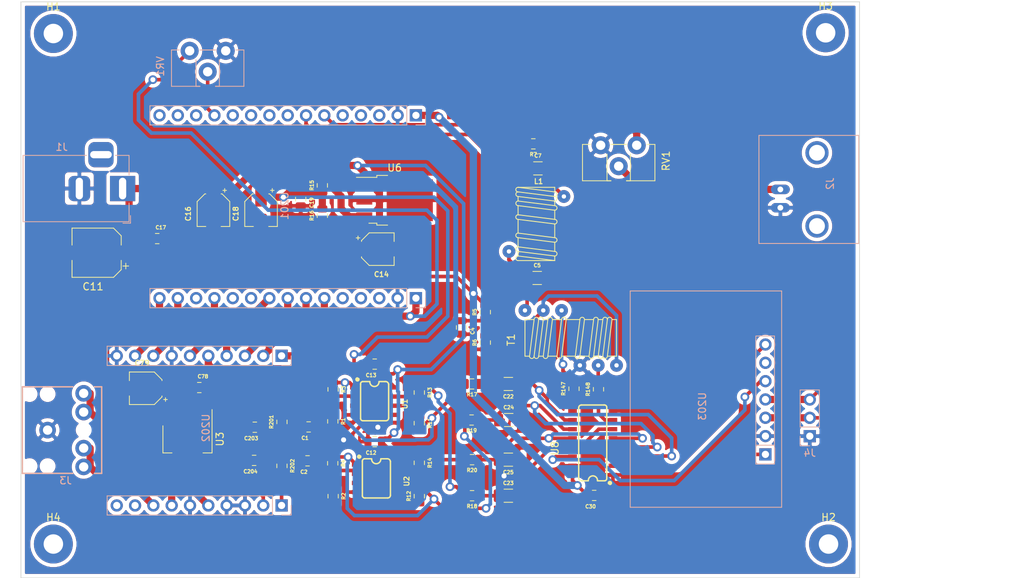
<source format=kicad_pcb>
(kicad_pcb (version 20171130) (host pcbnew "(5.1.5)-3")
  (layers (0 F.Cu signal) (31 B.Cu signal) (34 B.Paste user) (35 F.Paste user) (36 B.SilkS user) (37 F.SilkS user) (38 B.Mask user) (39 F.Mask user) (44 Edge.Cuts user))
  (net 0 "")
  (net 1 Q_Out)
  (net 2 "Net-(C1-Pad1)")
  (net 3 I_Out)
  (net 4 "Net-(C2-Pad1)")
  (net 5 GND)
  (net 6 +5V)
  (net 7 +2V5)
  (net 8 0)
  (net 9 180)
  (net 10 90)
  (net 11 270)
  (net 12 "Net-(R1-Pad2)")
  (net 13 "Net-(R2-Pad2)")
  (net 14 "Net-(R11-Pad1)")
  (net 15 "Net-(R12-Pad1)")
  (net 16 "Net-(R11-Pad2)")
  (net 17 "Net-(R12-Pad2)")
  (net 18 "Net-(R13-Pad2)")
  (net 19 "Net-(R14-Pad2)")
  (net 20 LO_0)
  (net 21 LO_90)
  (net 22 +3V3)
  (net 23 "Net-(R147-Pad2)")
  (net 24 "Net-(R147-Pad1)")
  (net 25 "Net-(R148-Pad2)")
  (net 26 "Net-(R148-Pad1)")
  (net 27 "Net-(C5-Pad1)")
  (net 28 "Net-(C7-Pad2)")
  (net 29 "Net-(C7-Pad1)")
  (net 30 "Net-(J2-PadS)")
  (net 31 +3.3VA)
  (net 32 "Net-(J3-PadRING)")
  (net 33 "Net-(J3-PadTIP)")
  (net 34 SDA2)
  (net 35 SCL2)
  (net 36 "Net-(R201-Pad1)")
  (net 37 "Net-(R202-Pad1)")
  (net 38 "Net-(U201-Pad5)")
  (net 39 MCLK)
  (net 40 SCL)
  (net 41 SDA)
  (net 42 LRCLK)
  (net 43 SCLK)
  (net 44 DOUT)
  (net 45 DIN)
  (net 46 "Net-(C4-Pad1)")
  (net 47 +12V)
  (module Xenir:Cap_4x5.4 (layer F.Cu) (at 105.7 127.3 180)
    (fp_text reference C79 (at 0.5 4) (layer F.SilkS) (effects (font (size 0.7 0.7))))
    (fp_text value 22uF)
    (pad 2 smd roundrect (at 1.8 0.5 180) (size 2.6 1.6) (layers F.Cu F.Paste F.Mask) (roundrect_rratio 0.15625) (net 5 GND))
    (pad 1 smd roundrect (at -1.8 0.5 180) (size 2.6 1.6) (layers F.Cu F.Paste F.Mask) (roundrect_rratio 0.15625) (net 31 +3.3VA))
  )
  (module Xenir:PCBArtist-ES8388 (layer B.Cu) (at 117.3 132.8 90)
    (fp_text reference U202 (at 0.5 -3.25 270) (layer B.SilkS) (effects (justify mirror)))
    (fp_text value PCBARTISTS-ES8388)
    (pad 8 thru_hole rect (at 10.5 7.25 90) (size 1.7 1.7) (drill 1) (layers *.Cu *.Mask) (net 44 DOUT))
    (pad 7 thru_hole oval (at 10.5 4.71 90) (size 1.7 1.7) (drill 1) (layers *.Cu *.Mask) (net 42 LRCLK))
    (pad 6 thru_hole oval (at 10.5 2.17 90) (size 1.7 1.7) (drill 1) (layers *.Cu *.Mask) (net 45 DIN))
    (pad 5 thru_hole oval (at 10.5 -0.37 90) (size 1.7 1.7) (drill 1) (layers *.Cu *.Mask) (net 43 SCLK))
    (pad 2 thru_hole oval (at 10.5 -2.91 90) (size 1.7 1.7) (drill 1) (layers *.Cu *.Mask) (net 22 +3V3))
    (pad 27 thru_hole oval (at 10.5 -13.07 90) (size 1.7 1.7) (drill 1) (layers *.Cu *.Mask) (net 41 SDA))
    (pad 1 thru_hole oval (at 10.5 -5.45 90) (size 1.7 1.7) (drill 1) (layers *.Cu *.Mask) (net 39 MCLK))
    (pad 4 thru_hole oval (at 10.5 -7.99 90) (size 1.7 1.7) (drill 1) (layers *.Cu *.Mask) (net 5 GND))
    (pad 4 thru_hole oval (at 10.5 -15.61 90) (size 1.7 1.7) (drill 1) (layers *.Cu *.Mask) (net 5 GND))
    (pad 28 thru_hole oval (at 10.5 -10.53 90) (size 1.7 1.7) (drill 1) (layers *.Cu *.Mask) (net 40 SCL))
    (pad 14 thru_hole rect (at -10.25 7.25 90) (size 1.7 1.7) (drill 1) (layers *.Cu *.Mask) (net 37 "Net-(R202-Pad1)"))
    (pad 15 thru_hole oval (at -10.25 4.71 90) (size 1.7 1.7) (drill 1) (layers *.Cu *.Mask) (net 36 "Net-(R201-Pad1)"))
    (pad 4 thru_hole oval (at -10.25 2.17 90) (size 1.7 1.7) (drill 1) (layers *.Cu *.Mask) (net 5 GND))
    (pad 4 thru_hole oval (at -10.25 -0.37 90) (size 1.7 1.7) (drill 1) (layers *.Cu *.Mask) (net 5 GND))
    (pad 17 thru_hole oval (at -10.25 -2.91) (size 1.7 1.7) (drill 1) (layers *.Cu *.Mask) (net 31 +3.3VA))
    (pad 23 thru_hole oval (at -10.25 -13.07 90) (size 1.7 1.7) (drill 1) (layers *.Cu *.Mask))
    (pad 4 thru_hole oval (at -10.25 -5.45 90) (size 1.7 1.7) (drill 1) (layers *.Cu *.Mask) (net 5 GND))
    (pad 21 thru_hole oval (at -10.25 -7.99 90) (size 1.7 1.7) (drill 1) (layers *.Cu *.Mask) (net 33 "Net-(J3-PadTIP)"))
    (pad 24 thru_hole oval (at -10.25 -15.61 90) (size 1.7 1.7) (drill 1) (layers *.Cu *.Mask))
    (pad 22 thru_hole oval (at -10.25 -10.53 90) (size 1.7 1.7) (drill 1) (layers *.Cu *.Mask) (net 32 "Net-(J3-PadRING)"))
  )
  (module Connector_PinHeader_2.54mm:PinHeader_1x03_P2.54mm_Vertical (layer B.Cu) (at 197.8 133.44)
    (fp_text reference J4 (at 0 2.33) (layer B.SilkS) (effects (justify mirror)))
    (fp_text value Conn_01x03)
    (pad 3 thru_hole oval (at 0 -5.08) (size 1.7 1.7) (drill 1) (layers *.Cu *.Mask) (net 35 SCL2))
    (pad 2 thru_hole oval (at 0 -2.54) (size 1.7 1.7) (drill 1) (layers *.Cu *.Mask) (net 34 SDA2))
    (pad 1 thru_hole rect (at 0 0) (size 1.7 1.7) (drill 1) (layers *.Cu *.Mask) (net 5 GND))
  )
  (module "Xenir:Trimpot Vertical" (layer B.Cu) (at 109.006 81.397 270)
    (fp_text reference VR1 (at 0.762 1.27 270) (layer B.SilkS) (effects (justify mirror)))
    (fp_text value Trimpot)
    (pad 1 thru_hole circle (at -1.397 -2.794 270) (size 2.5 2.5) (drill 1.3) (layers *.Cu *.Mask) (net 22 +3V3))
    (pad 3 thru_hole circle (at -1.397 -7.794 270) (size 2.5 2.5) (drill 1.3) (layers *.Cu *.Mask) (net 5 GND))
    (pad 2 thru_hole circle (at 1.503 -5.294 270) (size 2.5 2.5) (drill 1.3) (layers *.Cu *.Mask) (net 38 "Net-(U201-Pad5)"))
  )
  (module Xenir:ESP32-15Pin (layer B.Cu) (at 149.98 102.5 90)
    (fp_text reference U201 (at 1 -25 270) (layer B.SilkS) (effects (justify mirror)))
    (fp_text value ESP32-15-PIN)
    (pad 5 thru_hole oval (at 13.55 -34.74 90) (size 1.7 1.7) (drill 1) (layers *.Cu *.Mask) (net 38 "Net-(U201-Pad5)"))
    (pad 4 thru_hole oval (at 13.55 -37.28 90) (size 1.7 1.7) (drill 1) (layers *.Cu *.Mask))
    (pad 12 thru_hole oval (at 13.55 -16.96 90) (size 1.7 1.7) (drill 1) (layers *.Cu *.Mask))
    (pad 3 thru_hole oval (at 13.55 -39.82 90) (size 1.7 1.7) (drill 1) (layers *.Cu *.Mask))
    (pad 2 thru_hole oval (at 13.55 -42.36 90) (size 1.7 1.7) (drill 1) (layers *.Cu *.Mask))
    (pad 13 thru_hole oval (at 13.55 -14.42 90) (size 1.7 1.7) (drill 1) (layers *.Cu *.Mask))
    (pad 7 thru_hole oval (at 13.55 -29.66 90) (size 1.7 1.7) (drill 1) (layers *.Cu *.Mask))
    (pad 6 thru_hole oval (at 13.55 -32.2 90) (size 1.7 1.7) (drill 1) (layers *.Cu *.Mask))
    (pad 10 thru_hole oval (at 13.55 -22.04 90) (size 1.7 1.7) (drill 1) (layers *.Cu *.Mask) (net 35 SCL2))
    (pad 8 thru_hole oval (at 13.55 -27.12 90) (size 1.7 1.7) (drill 1) (layers *.Cu *.Mask))
    (pad 19 thru_hole rect (at 13.55 -6.8 90) (size 1.7 1.7) (drill 1) (layers *.Cu *.Mask) (net 6 +5V))
    (pad 11 thru_hole oval (at 13.55 -19.5 90) (size 1.7 1.7) (drill 1) (layers *.Cu *.Mask) (net 34 SDA2))
    (pad 14 thru_hole oval (at 13.55 -9.34 90) (size 1.7 1.7) (drill 1) (layers *.Cu *.Mask) (net 5 GND))
    (pad 15 thru_hole oval (at 13.55 -11.88 90) (size 1.7 1.7) (drill 1) (layers *.Cu *.Mask))
    (pad 9 thru_hole oval (at 13.55 -24.58 90) (size 1.7 1.7) (drill 1) (layers *.Cu *.Mask))
    (pad 24 thru_hole oval (at -11.8 -34.74 90) (size 1.7 1.7) (drill 1) (layers *.Cu *.Mask) (net 39 MCLK))
    (pad 23 thru_hole oval (at -11.8 -37.28 90) (size 1.7 1.7) (drill 1) (layers *.Cu *.Mask))
    (pad 32 thru_hole oval (at -11.8 -16.96 90) (size 1.7 1.7) (drill 1) (layers *.Cu *.Mask))
    (pad 22 thru_hole oval (at -11.8 -39.82 90) (size 1.7 1.7) (drill 1) (layers *.Cu *.Mask) (net 40 SCL))
    (pad 21 thru_hole oval (at -11.8 -42.36 90) (size 1.7 1.7) (drill 1) (layers *.Cu *.Mask) (net 41 SDA))
    (pad 34 thru_hole oval (at -11.8 -14.42 90) (size 1.7 1.7) (drill 1) (layers *.Cu *.Mask))
    (pad 27 thru_hole oval (at -11.8 -29.66 90) (size 1.7 1.7) (drill 1) (layers *.Cu *.Mask))
    (pad 25 thru_hole oval (at -11.8 -32.2 90) (size 1.7 1.7) (drill 1) (layers *.Cu *.Mask))
    (pad 30 thru_hole oval (at -11.8 -22.04 90) (size 1.7 1.7) (drill 1) (layers *.Cu *.Mask) (net 42 LRCLK))
    (pad 28 thru_hole oval (at -11.8 -27.12 90) (size 1.7 1.7) (drill 1) (layers *.Cu *.Mask) (net 43 SCLK))
    (pad 1 thru_hole rect (at -11.8 -6.8 90) (size 1.7 1.7) (drill 1) (layers *.Cu *.Mask) (net 22 +3V3))
    (pad 31 thru_hole oval (at -11.8 -19.5 90) (size 1.7 1.7) (drill 1) (layers *.Cu *.Mask) (net 44 DOUT))
    (pad 14 thru_hole oval (at -11.8 -9.34 90) (size 1.7 1.7) (drill 1) (layers *.Cu *.Mask) (net 5 GND))
    (pad 35 thru_hole oval (at -11.8 -11.88 90) (size 1.7 1.7) (drill 1) (layers *.Cu *.Mask))
    (pad 29 thru_hole oval (at -11.8 -24.58 90) (size 1.7 1.7) (drill 1) (layers *.Cu *.Mask) (net 45 DIN))
  )
  (module Package_TO_SOT_SMD:TO-252-3_TabPin2 (layer F.Cu) (at 140.225 100.725)
    (fp_text reference U6 (at 0 -4.5) (layer F.SilkS))
    (fp_text value MCP1703A-2502_SOT223)
    (pad 2 smd rect (at 2.1 0) (size 6.4 5.8) (layers F.Cu F.Mask) (net 5 GND))
    (pad 3 smd rect (at -4.2 2.28) (size 2.2 1.2) (layers F.Cu F.Paste F.Mask) (net 6 +5V))
    (pad 2 smd rect (at -4.2 0) (size 2.2 1.2) (layers F.Cu F.Paste F.Mask) (net 5 GND))
    (pad 1 smd rect (at -4.2 -2.28) (size 2.2 1.2) (layers F.Cu F.Paste F.Mask) (net 47 +12V))
  )
  (module Package_TO_SOT_SMD:SOT-223-3_TabPin2 (layer F.Cu) (at 111.5 133.85 270)
    (fp_text reference U3 (at 0 -4.5 90) (layer F.SilkS))
    (fp_text value AMS1117)
    (pad 1 smd rect (at -3.15 -2.3 270) (size 2 1.5) (layers F.Cu F.Paste F.Mask) (net 5 GND))
    (pad 3 smd rect (at -3.15 2.3 270) (size 2 1.5) (layers F.Cu F.Paste F.Mask) (net 6 +5V))
    (pad 2 smd rect (at -3.15 0 270) (size 2 1.5) (layers F.Cu F.Paste F.Mask) (net 31 +3.3VA))
    (pad 2 smd rect (at 3.15 0 270) (size 2 3.8) (layers F.Cu F.Paste F.Mask) (net 31 +3.3VA))
  )
  (module "Xenir:Resistor 0805" (layer F.Cu) (at 122.06 137.5625 90)
    (fp_text reference R202 (at 0 4 90) (layer F.SilkS) (effects (font (size 0.5 0.5) (thickness 0.125))))
    (fp_text value 100)
    (pad 2 smd roundrect (at 0.9375 2.54 90) (size 0.975 1.4) (layers F.Cu F.Paste F.Mask) (net 3 I_Out))
    (pad 1 smd roundrect (at -0.9375 2.54 90) (size 0.975 1.4) (layers F.Cu F.Paste F.Mask) (net 37 "Net-(R202-Pad1)"))
  )
  (module "Xenir:Resistor 0805" (layer F.Cu) (at 127.14 131.4625 270)
    (fp_text reference R201 (at 0 4 90) (layer F.SilkS) (effects (font (size 0.5 0.5) (thickness 0.125))))
    (fp_text value 100)
    (pad 2 smd roundrect (at 0.9375 2.54 270) (size 0.975 1.4) (layers F.Cu F.Paste F.Mask) (net 1 Q_Out))
    (pad 1 smd roundrect (at -0.9375 2.54 270) (size 0.975 1.4) (layers F.Cu F.Paste F.Mask) (net 36 "Net-(R201-Pad1)"))
  )
  (module Xenir:Audio_Jack (layer B.Cu) (at 94.1 141.1)
    (fp_text reference J3 (at 0.5 -1.5) (layer B.SilkS) (effects (justify mirror)))
    (fp_text value Audio_Jack)
    (pad "" np_thru_hole circle (at -4.5 -3.5) (size 1.2 1.2) (drill 1.2) (layers *.Cu *.Mask))
    (pad "" np_thru_hole circle (at -2 -3.5) (size 1.2 1.2) (drill 1.2) (layers *.Cu *.Mask))
    (pad RING thru_hole circle (at 3 -3.4) (size 2.3 2.3) (drill 1.3) (layers *.Cu *.Mask) (net 32 "Net-(J3-PadRING)"))
    (pad "" np_thru_hole circle (at 3 -8.5) (size 1.2 1.2) (drill 1.2) (layers *.Cu *.Mask))
    (pad SLEEVE thru_hole circle (at -2 -8.5) (size 2.3 2.3) (drill 1.3) (layers *.Cu *.Mask) (net 5 GND))
    (pad "" np_thru_hole circle (at -2 -13.5) (size 1.2 1.2) (drill 1.2) (layers *.Cu *.Mask))
    (pad TIP thru_hole circle (at 3 -13.6) (size 2.3 2.3) (drill 1.3) (layers *.Cu *.Mask) (net 33 "Net-(J3-PadTIP)"))
    (pad TSH thru_hole circle (at 3 -11) (size 2.3 2.3) (drill 1.3) (layers *.Cu *.Mask) (net 33 "Net-(J3-PadTIP)"))
    (pad "" np_thru_hole circle (at -4.5 -13.5) (size 1.2 1.2) (drill 1.2) (layers *.Cu *.Mask))
    (pad RSH thru_hole circle (at 3 -6) (size 2.3 2.3) (drill 1.3) (layers *.Cu *.Mask) (net 32 "Net-(J3-PadRING)"))
  )
  (module MountingHole:MountingHole_2.7mm_M2.5_Pad (layer F.Cu) (at 92.9 148.4)
    (fp_text reference H4 (at 0 -3.7) (layer F.SilkS))
    (fp_text value MountingHole)
    (pad 1 thru_hole circle (at 0 0) (size 5.4 5.4) (drill 2.7) (layers *.Cu *.Mask))
  )
  (module MountingHole:MountingHole_2.7mm_M2.5_Pad (layer F.Cu) (at 200 77.5)
    (fp_text reference H3 (at 0 -3.7) (layer F.SilkS))
    (fp_text value MountingHole)
    (pad 1 thru_hole circle (at 0 0) (size 5.4 5.4) (drill 2.7) (layers *.Cu *.Mask))
  )
  (module MountingHole:MountingHole_2.7mm_M2.5_Pad (layer F.Cu) (at 200.4 148.4)
    (fp_text reference H2 (at 0 -3.7) (layer F.SilkS))
    (fp_text value MountingHole)
    (pad 1 thru_hole circle (at 0 0) (size 5.4 5.4) (drill 2.7) (layers *.Cu *.Mask))
  )
  (module MountingHole:MountingHole_2.7mm_M2.5_Pad (layer F.Cu) (at 92.9 77.6)
    (fp_text reference H1 (at 0 -3.7) (layer F.SilkS))
    (fp_text value MountingHole)
    (pad 1 thru_hole circle (at 0 0) (size 5.4 5.4) (drill 2.7) (layers *.Cu *.Mask))
  )
  (module "Xenir:Capacitor 0805" (layer F.Cu) (at 120.7375 139.34 180)
    (fp_text reference C204 (at 0.5 1) (layer F.SilkS) (effects (font (size 0.5 0.5) (thickness 0.125))))
    (fp_text value .1uF)
    (pad 2 smd roundrect (at 0.9375 2.54 180) (size 0.975 1.4) (layers F.Cu F.Paste F.Mask) (net 5 GND))
    (pad 1 smd roundrect (at -0.9375 2.54 180) (size 0.975 1.4) (layers F.Cu F.Paste F.Mask) (net 3 I_Out))
  )
  (module "Xenir:Capacitor 0805" (layer F.Cu) (at 120.8375 134.74 180)
    (fp_text reference C203 (at 0.5 1) (layer F.SilkS) (effects (font (size 0.5 0.5) (thickness 0.125))))
    (fp_text value .1uF)
    (pad 2 smd roundrect (at 0.9375 2.54 180) (size 0.975 1.4) (layers F.Cu F.Paste F.Mask) (net 5 GND))
    (pad 1 smd roundrect (at -0.9375 2.54 180) (size 0.975 1.4) (layers F.Cu F.Paste F.Mask) (net 1 Q_Out))
  )
  (module "Xenir:Capacitor 0805" (layer F.Cu) (at 113.1375 124.16)
    (fp_text reference C78 (at 0.5 1) (layer F.SilkS) (effects (font (size 0.5 0.5) (thickness 0.125))))
    (fp_text value .1uF)
    (pad 2 smd roundrect (at 0.9375 2.54) (size 0.975 1.4) (layers F.Cu F.Paste F.Mask) (net 5 GND))
    (pad 1 smd roundrect (at -0.9375 2.54) (size 0.975 1.4) (layers F.Cu F.Paste F.Mask) (net 31 +3.3VA))
  )
  (module "Xenir:Capacitor 0805" (layer F.Cu) (at 107.3 103.5)
    (fp_text reference C17 (at 0.5 1) (layer F.SilkS) (effects (font (size 0.5 0.5) (thickness 0.125))))
    (fp_text value .1uF)
    (pad 2 smd roundrect (at 0.9375 2.54) (size 0.975 1.4) (layers F.Cu F.Paste F.Mask) (net 5 GND))
    (pad 1 smd roundrect (at -0.9375 2.54) (size 0.975 1.4) (layers F.Cu F.Paste F.Mask) (net 47 +12V))
  )
  (module "Xenir:Resistor 0805" (layer F.Cu) (at 159.4625 90.36)
    (fp_text reference R7 (at 0 4) (layer F.SilkS) (effects (font (size 0.5 0.5) (thickness 0.125))))
    (fp_text value 49.9)
    (pad 2 smd roundrect (at 0.9375 2.54) (size 0.975 1.4) (layers F.Cu F.Paste F.Mask) (net 5 GND))
    (pad 1 smd roundrect (at -0.9375 2.54) (size 0.975 1.4) (layers F.Cu F.Paste F.Mask) (net 29 "Net-(C7-Pad1)"))
  )
  (module "Xenir:Resistor 0805" (layer F.Cu) (at 155.34 120.4625 270)
    (fp_text reference R6 (at 0 4 90) (layer F.SilkS) (effects (font (size 0.5 0.5) (thickness 0.125))))
    (fp_text value 10k)
    (pad 2 smd roundrect (at 0.9375 2.54 270) (size 0.975 1.4) (layers F.Cu F.Paste F.Mask) (net 5 GND))
    (pad 1 smd roundrect (at -0.9375 2.54 270) (size 0.975 1.4) (layers F.Cu F.Paste F.Mask) (net 46 "Net-(C4-Pad1)"))
  )
  (module "Xenir:Resistor 0805" (layer F.Cu) (at 155.34 116.2375 270)
    (fp_text reference R5 (at 0 4 90) (layer F.SilkS) (effects (font (size 0.5 0.5) (thickness 0.125))))
    (fp_text value 10k)
    (pad 2 smd roundrect (at 0.9375 2.54 270) (size 0.975 1.4) (layers F.Cu F.Paste F.Mask) (net 46 "Net-(C4-Pad1)"))
    (pad 1 smd roundrect (at -0.9375 2.54 270) (size 0.975 1.4) (layers F.Cu F.Paste F.Mask) (net 6 +5V))
  )
  (module Xenir:T37_Inductor (layer F.Cu) (at 159.89 97.01)
    (fp_text reference L1 (at 0.3 1.1) (layer F.SilkS) (effects (font (size 0.7 0.7))))
    (fp_text value Inductor)
    (pad 1 thru_hole circle (at -3.81 10.81) (size 1.778 1.778) (drill 0.6) (layers *.Cu *.Mask) (net 27 "Net-(C5-Pad1)"))
    (pad 2 thru_hole circle (at 3.81 3.19) (size 1.778 1.778) (drill 0.6) (layers *.Cu *.Mask) (net 28 "Net-(C7-Pad2)"))
  )
  (module "Xenir:Capacitor 1206" (layer F.Cu) (at 160.1 94.05)
    (fp_text reference C7 (at 0 0.5) (layer F.SilkS) (effects (font (size 0.5 0.5) (thickness 0.125))))
    (fp_text value 82pF)
    (pad 2 smd roundrect (at 1.4 2.25) (size 1.25 1.75) (layers F.Cu F.Paste F.Mask) (roundrect_rratio 0.2) (net 28 "Net-(C7-Pad2)"))
    (pad 1 smd roundrect (at -1.4 2.25) (size 1.25 1.75) (layers F.Cu F.Paste F.Mask) (roundrect_rratio 0.2) (net 29 "Net-(C7-Pad1)"))
  )
  (module "Xenir:Capacitor 1206" (layer F.Cu) (at 160 109.25)
    (fp_text reference C5 (at 0 0.5) (layer F.SilkS) (effects (font (size 0.5 0.5) (thickness 0.125))))
    (fp_text value 82pF)
    (pad 2 smd roundrect (at 1.4 2.25) (size 1.25 1.75) (layers F.Cu F.Paste F.Mask) (roundrect_rratio 0.2) (net 5 GND))
    (pad 1 smd roundrect (at -1.4 2.25) (size 1.25 1.75) (layers F.Cu F.Paste F.Mask) (roundrect_rratio 0.2) (net 27 "Net-(C5-Pad1)"))
  )
  (module "Xenir:Capacitor 0805" (layer F.Cu) (at 152.04 118.3625 270)
    (fp_text reference C4 (at 0.5 1 90) (layer F.SilkS) (effects (font (size 0.5 0.5) (thickness 0.125))))
    (fp_text value .1uF)
    (pad 2 smd roundrect (at 0.9375 2.54 270) (size 0.975 1.4) (layers F.Cu F.Paste F.Mask) (net 5 GND))
    (pad 1 smd roundrect (at -0.9375 2.54 270) (size 0.975 1.4) (layers F.Cu F.Paste F.Mask) (net 46 "Net-(C4-Pad1)"))
  )
  (module "Xenir:Trimpot Vertical" (layer F.Cu) (at 176.594 94.497 270)
    (fp_text reference RV1 (at 0.762 -1.27 90) (layer F.SilkS))
    (fp_text value R_POT)
    (pad 1 thru_hole circle (at -1.397 2.794 270) (size 2.5 2.5) (drill 1.3) (layers *.Cu *.Mask) (net 29 "Net-(C7-Pad1)"))
    (pad 3 thru_hole circle (at -1.397 7.794 270) (size 2.5 2.5) (drill 1.3) (layers *.Cu *.Mask) (net 5 GND))
    (pad 2 thru_hole circle (at 1.503 5.294 270) (size 2.5 2.5) (drill 1.3) (layers *.Cu *.Mask) (net 30 "Net-(J2-PadS)"))
  )
  (module Xenir:si5351 (layer B.Cu) (at 193.9 113.3 270)
    (fp_text reference U203 (at 16 11 90) (layer B.SilkS) (effects (justify mirror)))
    (fp_text value si5351)
    (pad 2 thru_hole oval (at 12.51 2.25) (size 1.7 1.7) (drill 1) (layers *.Cu *.Mask) (net 20 LO_0))
    (pad SDA thru_hole oval (at 17.59 2.25) (size 1.7 1.7) (drill 1) (layers *.Cu *.Mask) (net 34 SDA2))
    (pad VIN thru_hole rect (at 22.67 2.25) (size 1.7 1.7) (drill 1) (layers *.Cu *.Mask) (net 6 +5V))
    (pad SCL thru_hole oval (at 15.05 2.25) (size 1.7 1.7) (drill 1) (layers *.Cu *.Mask) (net 35 SCL2))
    (pad 1 thru_hole oval (at 9.97 2.25) (size 1.7 1.7) (drill 1) (layers *.Cu *.Mask))
    (pad GND thru_hole oval (at 20.13 2.25) (size 1.7 1.7) (drill 1) (layers *.Cu *.Mask) (net 5 GND))
    (pad 0 thru_hole oval (at 7.43 2.25) (size 1.7 1.7) (drill 1) (layers *.Cu *.Mask) (net 21 LO_90))
  )
  (module "Xenir:Resistor 0805" (layer F.Cu) (at 132.74 102.8625 270)
    (fp_text reference R16 (at 0 4 90) (layer F.SilkS) (effects (font (size 0.5 0.5) (thickness 0.125))))
    (fp_text value 10k)
    (pad 2 smd roundrect (at 0.9375 2.54 270) (size 0.975 1.4) (layers F.Cu F.Paste F.Mask) (net 5 GND))
    (pad 1 smd roundrect (at -0.9375 2.54 270) (size 0.975 1.4) (layers F.Cu F.Paste F.Mask) (net 7 +2V5))
  )
  (module "Xenir:Resistor 0805" (layer F.Cu) (at 132.74 98.6625 270)
    (fp_text reference R15 (at 0 4 90) (layer F.SilkS) (effects (font (size 0.5 0.5) (thickness 0.125))))
    (fp_text value 10k)
    (pad 2 smd roundrect (at 0.9375 2.54 270) (size 0.975 1.4) (layers F.Cu F.Paste F.Mask) (net 7 +2V5))
    (pad 1 smd roundrect (at -0.9375 2.54 270) (size 0.975 1.4) (layers F.Cu F.Paste F.Mask) (net 6 +5V))
  )
  (module Connector_BarrelJack:BarrelJack_Horizontal (layer B.Cu) (at 102.5 99.1)
    (fp_text reference J1 (at -8.45 -5.75) (layer B.SilkS) (effects (justify mirror)))
    (fp_text value Jack-DC)
    (pad 3 thru_hole roundrect (at -3 -4.7) (size 3.5 3.5) (drill oval 3 1) (layers *.Cu *.Mask))
    (pad 2 thru_hole roundrect (at -6 0) (size 3 3.5) (drill oval 1 3) (layers *.Cu *.Mask) (net 5 GND))
    (pad 1 thru_hole rect (at 0 0) (size 3.5 3.5) (drill oval 1 3) (layers *.Cu *.Mask) (net 47 +12V))
  )
  (module "Xenir:Capacitor 0805" (layer F.Cu) (at 129.74 100.5625 270)
    (fp_text reference C19 (at 0.5 1 90) (layer F.SilkS) (effects (font (size 0.5 0.5) (thickness 0.125))))
    (fp_text value .1uF)
    (pad 2 smd roundrect (at 0.9375 2.54 270) (size 0.975 1.4) (layers F.Cu F.Paste F.Mask) (net 5 GND))
    (pad 1 smd roundrect (at -0.9375 2.54 270) (size 0.975 1.4) (layers F.Cu F.Paste F.Mask) (net 7 +2V5))
  )
  (module Xenir:Cap_4x5.4 (layer F.Cu) (at 122.2 102.1 270)
    (fp_text reference C18 (at 0.5 4 90) (layer F.SilkS) (effects (font (size 0.7 0.7))))
    (fp_text value 22uF)
    (pad 2 smd roundrect (at 1.8 0.5 270) (size 2.6 1.6) (layers F.Cu F.Paste F.Mask) (roundrect_rratio 0.15625) (net 5 GND))
    (pad 1 smd roundrect (at -1.8 0.5 270) (size 2.6 1.6) (layers F.Cu F.Paste F.Mask) (roundrect_rratio 0.15625) (net 7 +2V5))
  )
  (module Xenir:Cap_4x5.4 (layer F.Cu) (at 115.6 102.1 270)
    (fp_text reference C16 (at 0.5 4 90) (layer F.SilkS) (effects (font (size 0.7 0.7))))
    (fp_text value 22uF)
    (pad 2 smd roundrect (at 1.8 0.5 270) (size 2.6 1.6) (layers F.Cu F.Paste F.Mask) (roundrect_rratio 0.15625) (net 5 GND))
    (pad 1 smd roundrect (at -1.8 0.5 270) (size 2.6 1.6) (layers F.Cu F.Paste F.Mask) (roundrect_rratio 0.15625) (net 47 +12V))
  )
  (module Xenir:Cap_4x5.4 (layer F.Cu) (at 137.9 107)
    (fp_text reference C14 (at 0.5 4) (layer F.SilkS) (effects (font (size 0.7 0.7))))
    (fp_text value 22uF)
    (pad 2 smd roundrect (at 1.8 0.5) (size 2.6 1.6) (layers F.Cu F.Paste F.Mask) (roundrect_rratio 0.15625) (net 5 GND))
    (pad 1 smd roundrect (at -1.8 0.5) (size 2.6 1.6) (layers F.Cu F.Paste F.Mask) (roundrect_rratio 0.15625) (net 6 +5V))
  )
  (module Xenir:Cap_6.3x5.4 (layer F.Cu) (at 99 114.1 180)
    (fp_text reference C11 (at 0.6 1.4) (layer F.SilkS))
    (fp_text value 100uF)
    (pad 2 smd roundrect (at 2.9 6.1 180) (size 3.5 1.6) (layers F.Cu F.Paste F.Mask) (roundrect_rratio 0.15625) (net 5 GND))
    (pad 1 smd roundrect (at -2.7 6.1 180) (size 3.5 1.6) (layers F.Cu F.Paste F.Mask) (roundrect_rratio 0.15625) (net 47 +12V))
  )
  (module "Xenir:Resistor 0805" (layer F.Cu) (at 129.1 137.2 90)
    (fp_text reference R4 (at 0 4 90) (layer F.SilkS) (effects (font (size 0.5 0.5) (thickness 0.125))))
    (fp_text value 10k)
    (pad 2 smd roundrect (at 0.9375 2.54 90) (size 0.975 1.4) (layers F.Cu F.Paste F.Mask) (net 15 "Net-(R12-Pad1)"))
    (pad 1 smd roundrect (at -0.9375 2.54 90) (size 0.975 1.4) (layers F.Cu F.Paste F.Mask) (net 13 "Net-(R2-Pad2)"))
  )
  (module "Xenir:Resistor 0805" (layer F.Cu) (at 171.04 126.9375 270)
    (fp_text reference R148 (at 0 4 90) (layer F.SilkS) (effects (font (size 0.5 0.5) (thickness 0.125))))
    (fp_text value 49.9)
    (pad 2 smd roundrect (at 0.9375 2.54 270) (size 0.975 1.4) (layers F.Cu F.Paste F.Mask) (net 25 "Net-(R148-Pad2)"))
    (pad 1 smd roundrect (at -0.9375 2.54 270) (size 0.975 1.4) (layers F.Cu F.Paste F.Mask) (net 26 "Net-(R148-Pad1)"))
  )
  (module "Xenir:Resistor 0805" (layer F.Cu) (at 167.64 126.8625 270)
    (fp_text reference R147 (at 0 4 90) (layer F.SilkS) (effects (font (size 0.5 0.5) (thickness 0.125))))
    (fp_text value 49.9)
    (pad 2 smd roundrect (at 0.9375 2.54 270) (size 0.975 1.4) (layers F.Cu F.Paste F.Mask) (net 23 "Net-(R147-Pad2)"))
    (pad 1 smd roundrect (at -0.9375 2.54 270) (size 0.975 1.4) (layers F.Cu F.Paste F.Mask) (net 24 "Net-(R147-Pad1)"))
  )
  (module "Xenir:T50 Trifilar" (layer F.Cu) (at 155.88 120.08 90)
    (fp_text reference T1 (at 0 0.5 90) (layer F.SilkS))
    (fp_text value T50_SPLITTER)
    (pad C2B thru_hole circle (at -3.54 12.58 90) (size 1.778 1.778) (drill 0.6) (layers *.Cu *.Mask) (net 26 "Net-(R148-Pad1)"))
    (pad C3B thru_hole circle (at -3.54 15.12 90) (size 1.778 1.778) (drill 0.6) (layers *.Cu *.Mask) (net 46 "Net-(C4-Pad1)"))
    (pad C2A thru_hole circle (at 4.08 4.96 90) (size 1.778 1.778) (drill 0.6) (layers *.Cu *.Mask) (net 46 "Net-(C4-Pad1)"))
    (pad C1B thru_hole circle (at -3.54 10.04 90) (size 1.778 1.778) (drill 0.6) (layers *.Cu *.Mask) (net 5 GND))
    (pad C1A thru_hole circle (at 4.08 2.42 90) (size 1.778 1.778) (drill 0.6) (layers *.Cu *.Mask) (net 27 "Net-(C5-Pad1)"))
    (pad C3A thru_hole circle (at 4.08 7.5 90) (size 1.778 1.778) (drill 0.6) (layers *.Cu *.Mask) (net 24 "Net-(R147-Pad1)"))
  )
  (module "Xenir:Capacitor 0805" (layer F.Cu) (at 128.15 139.4 180)
    (fp_text reference C2 (at 0.5 1) (layer F.SilkS) (effects (font (size 0.5 0.5) (thickness 0.125))))
    (fp_text value .1uF)
    (pad 2 smd roundrect (at 0.9375 2.54 180) (size 0.975 1.4) (layers F.Cu F.Paste F.Mask) (net 3 I_Out))
    (pad 1 smd roundrect (at -0.9375 2.54 180) (size 0.975 1.4) (layers F.Cu F.Paste F.Mask) (net 4 "Net-(C2-Pad1)"))
  )
  (module "Xenir:Capacitor 0805" (layer F.Cu) (at 128.3 134.7 180)
    (fp_text reference C1 (at 0.5 1) (layer F.SilkS) (effects (font (size 0.5 0.5) (thickness 0.125))))
    (fp_text value .1uF)
    (pad 2 smd roundrect (at 0.9375 2.54 180) (size 0.975 1.4) (layers F.Cu F.Paste F.Mask) (net 1 Q_Out))
    (pad 1 smd roundrect (at -0.9375 2.54 180) (size 0.975 1.4) (layers F.Cu F.Paste F.Mask) (net 2 "Net-(C1-Pad1)"))
  )
  (module "Xenir:Capacitor 1206" (layer F.Cu) (at 156 139.45)
    (fp_text reference C23 (at 0 0.5) (layer F.SilkS) (effects (font (size 0.5 0.5) (thickness 0.125))))
    (fp_text value .022uF)
    (pad 2 smd roundrect (at 1.4 2.25) (size 1.25 1.75) (layers F.Cu F.Paste F.Mask) (roundrect_rratio 0.2) (net 5 GND))
    (pad 1 smd roundrect (at -1.4 2.25) (size 1.25 1.75) (layers F.Cu F.Paste F.Mask) (roundrect_rratio 0.2) (net 9 180))
  )
  (module "Xenir:Resistor 0805" (layer F.Cu) (at 129.16 141.7625 90)
    (fp_text reference R2 (at 0 4 90) (layer F.SilkS) (effects (font (size 0.5 0.5) (thickness 0.125))))
    (fp_text value 10k)
    (pad 2 smd roundrect (at 0.9375 2.54 90) (size 0.975 1.4) (layers F.Cu F.Paste F.Mask) (net 13 "Net-(R2-Pad2)"))
    (pad 1 smd roundrect (at -0.9375 2.54 90) (size 0.975 1.4) (layers F.Cu F.Paste F.Mask) (net 4 "Net-(C2-Pad1)"))
  )
  (module Xenir:BNC (layer B.Cu) (at 197.62 99.12 90)
    (fp_text reference J2 (at 0.7 3 90) (layer B.SilkS) (effects (justify mirror)))
    (fp_text value BNC)
    (pad S thru_hole oval (at -0.1 -3.9) (size 2.616 1.308) (drill 0.8) (layers *.Cu *.Mask) (net 30 "Net-(J2-PadS)"))
    (pad GND thru_hole oval (at -2.64 -3.9) (size 2.616 1.308) (drill 0.8) (layers *.Cu *.Mask) (net 5 GND))
    (pad 3 thru_hole circle (at -5.18 1.18 90) (size 3.216 3.216) (drill 2.2) (layers *.Cu *.Mask))
    (pad 4 thru_hole circle (at 4.98 1.18 90) (size 3.216 3.216) (drill 2.2) (layers *.Cu *.Mask))
  )
  (module Xenir:SO16 (layer F.Cu) (at 161.95 135.125 90)
    (fp_text reference U8 (at 0 0.5 90) (layer F.SilkS))
    (fp_text value FST3253)
    (pad 14 smd rect (at -1.155 2.95 90) (size 0.6 1.2) (layers F.Cu F.Paste F.Mask) (net 20 LO_0))
    (pad 15 smd rect (at -2.425 2.95 90) (size 0.6 1.2) (layers F.Cu F.Paste F.Mask) (net 5 GND))
    (pad 16 smd rect (at -3.695 2.95 90) (size 0.6 1.2) (layers F.Cu F.Paste F.Mask) (net 6 +5V))
    (pad 5 smd rect (at 1.385 8.55 90) (size 0.6 1.2) (layers F.Cu F.Paste F.Mask) (net 11 270))
    (pad 1 smd rect (at -3.695 8.55 90) (size 0.6 1.2) (layers F.Cu F.Paste F.Mask) (net 5 GND))
    (pad 2 smd rect (at -2.425 8.55 90) (size 0.6 1.2) (layers F.Cu F.Paste F.Mask) (net 21 LO_90))
    (pad 3 smd rect (at -1.155 8.55 90) (size 0.6 1.2) (layers F.Cu F.Paste F.Mask) (net 8 0))
    (pad 4 smd rect (at 0.115 8.55 90) (size 0.6 1.2) (layers F.Cu F.Paste F.Mask) (net 10 90))
    (pad 6 smd rect (at 2.655 8.55 90) (size 0.6 1.2) (layers F.Cu F.Paste F.Mask) (net 9 180))
    (pad 7 smd rect (at 3.925 8.55 90) (size 0.6 1.2) (layers F.Cu F.Paste F.Mask) (net 25 "Net-(R148-Pad2)"))
    (pad 9 smd rect (at 5.195 2.95 90) (size 0.6 1.2) (layers F.Cu F.Paste F.Mask) (net 23 "Net-(R147-Pad2)"))
    (pad 10 smd rect (at 3.925 2.95 90) (size 0.6 1.2) (layers F.Cu F.Paste F.Mask) (net 8 0))
    (pad 11 smd rect (at 2.655 2.95 90) (size 0.6 1.2) (layers F.Cu F.Paste F.Mask) (net 10 90))
    (pad 13 smd rect (at 0.115 2.95 90) (size 0.6 1.2) (layers F.Cu F.Paste F.Mask) (net 9 180))
    (pad 8 smd rect (at 5.195 8.55 90) (size 0.6 1.2) (layers F.Cu F.Paste F.Mask) (net 5 GND))
    (pad 12 smd rect (at 1.385 2.95 90) (size 0.6 1.2) (layers F.Cu F.Paste F.Mask) (net 11 270))
  )
  (module Xenir:SO08 (layer F.Cu) (at 143.2 139.295 270)
    (fp_text reference U2 (at 0.4 1.3 90) (layer F.SilkS) (effects (font (size 0.7 0.7))))
    (fp_text value LM358)
    (pad 3 smd rect (at 0.635 8.3 270) (size 0.6 1.2) (layers F.Cu F.Paste F.Mask) (net 7 +2V5))
    (pad 5 smd rect (at 1.905 2.7 270) (size 0.6 1.2) (layers F.Cu F.Paste F.Mask) (net 7 +2V5))
    (pad 7 smd rect (at -0.635 2.7 270) (size 0.6 1.2) (layers F.Cu F.Paste F.Mask) (net 19 "Net-(R14-Pad2)"))
    (pad 1 smd rect (at -1.905 8.3 270) (size 0.6 1.2) (layers F.Cu F.Paste F.Mask) (net 15 "Net-(R12-Pad1)"))
    (pad 6 smd rect (at 0.635 2.7 270) (size 0.6 1.2) (layers F.Cu F.Paste F.Mask) (net 17 "Net-(R12-Pad2)"))
    (pad 8 smd rect (at -1.905 2.7 270) (size 0.6 1.2) (layers F.Cu F.Paste F.Mask) (net 47 +12V))
    (pad 4 smd rect (at 1.905 8.3 270) (size 0.6 1.2) (layers F.Cu F.Paste F.Mask) (net 5 GND))
    (pad 2 smd rect (at -0.635 8.3 270) (size 0.6 1.2) (layers F.Cu F.Paste F.Mask) (net 13 "Net-(R2-Pad2)"))
  )
  (module Xenir:SO08 (layer F.Cu) (at 142.95 128.585 270)
    (fp_text reference U1 (at 0.4 1.3 90) (layer F.SilkS) (effects (font (size 0.7 0.7))))
    (fp_text value LM358)
    (pad 3 smd rect (at 0.635 8.3 270) (size 0.6 1.2) (layers F.Cu F.Paste F.Mask) (net 7 +2V5))
    (pad 5 smd rect (at 1.905 2.7 270) (size 0.6 1.2) (layers F.Cu F.Paste F.Mask) (net 7 +2V5))
    (pad 7 smd rect (at -0.635 2.7 270) (size 0.6 1.2) (layers F.Cu F.Paste F.Mask) (net 18 "Net-(R13-Pad2)"))
    (pad 1 smd rect (at -1.905 8.3 270) (size 0.6 1.2) (layers F.Cu F.Paste F.Mask) (net 14 "Net-(R11-Pad1)"))
    (pad 6 smd rect (at 0.635 2.7 270) (size 0.6 1.2) (layers F.Cu F.Paste F.Mask) (net 16 "Net-(R11-Pad2)"))
    (pad 8 smd rect (at -1.905 2.7 270) (size 0.6 1.2) (layers F.Cu F.Paste F.Mask) (net 47 +12V))
    (pad 4 smd rect (at 1.905 8.3 270) (size 0.6 1.2) (layers F.Cu F.Paste F.Mask) (net 5 GND))
    (pad 2 smd rect (at -0.635 8.3 270) (size 0.6 1.2) (layers F.Cu F.Paste F.Mask) (net 12 "Net-(R1-Pad2)"))
  )
  (module "Xenir:Resistor 0805" (layer F.Cu) (at 150.9625 134.16)
    (fp_text reference R20 (at 0 4) (layer F.SilkS) (effects (font (size 0.5 0.5) (thickness 0.125))))
    (fp_text value 49.9)
    (pad 2 smd roundrect (at 0.9375 2.54) (size 0.975 1.4) (layers F.Cu F.Paste F.Mask) (net 11 270))
    (pad 1 smd roundrect (at -0.9375 2.54) (size 0.975 1.4) (layers F.Cu F.Paste F.Mask) (net 19 "Net-(R14-Pad2)"))
  )
  (module "Xenir:Resistor 0805" (layer F.Cu) (at 150.9 128.66)
    (fp_text reference R19 (at 0 4) (layer F.SilkS) (effects (font (size 0.5 0.5) (thickness 0.125))))
    (fp_text value 49.9)
    (pad 2 smd roundrect (at 0.9375 2.54) (size 0.975 1.4) (layers F.Cu F.Paste F.Mask) (net 10 90))
    (pad 1 smd roundrect (at -0.9375 2.54) (size 0.975 1.4) (layers F.Cu F.Paste F.Mask) (net 15 "Net-(R12-Pad1)"))
  )
  (module "Xenir:Resistor 0805" (layer F.Cu) (at 150.9625 139.16)
    (fp_text reference R18 (at 0 4) (layer F.SilkS) (effects (font (size 0.5 0.5) (thickness 0.125))))
    (fp_text value 49.9)
    (pad 2 smd roundrect (at 0.9375 2.54) (size 0.975 1.4) (layers F.Cu F.Paste F.Mask) (net 9 180))
    (pad 1 smd roundrect (at -0.9375 2.54) (size 0.975 1.4) (layers F.Cu F.Paste F.Mask) (net 18 "Net-(R13-Pad2)"))
  )
  (module "Xenir:Resistor 0805" (layer F.Cu) (at 150.9625 123.66)
    (fp_text reference R17 (at 0 4) (layer F.SilkS) (effects (font (size 0.5 0.5) (thickness 0.125))))
    (fp_text value 49.9)
    (pad 2 smd roundrect (at 0.9375 2.54) (size 0.975 1.4) (layers F.Cu F.Paste F.Mask) (net 8 0))
    (pad 1 smd roundrect (at -0.9375 2.54) (size 0.975 1.4) (layers F.Cu F.Paste F.Mask) (net 14 "Net-(R11-Pad1)"))
  )
  (module "Xenir:Resistor 0805" (layer F.Cu) (at 141.11 137.1375 90)
    (fp_text reference R14 (at 0 4 90) (layer F.SilkS) (effects (font (size 0.5 0.5) (thickness 0.125))))
    (fp_text value 10k)
    (pad 2 smd roundrect (at 0.9375 2.54 90) (size 0.975 1.4) (layers F.Cu F.Paste F.Mask) (net 19 "Net-(R14-Pad2)"))
    (pad 1 smd roundrect (at -0.9375 2.54 90) (size 0.975 1.4) (layers F.Cu F.Paste F.Mask) (net 17 "Net-(R12-Pad2)"))
  )
  (module "Xenir:Resistor 0805" (layer F.Cu) (at 141.11 127.3875 90)
    (fp_text reference R13 (at 0 4 90) (layer F.SilkS) (effects (font (size 0.5 0.5) (thickness 0.125))))
    (fp_text value 10k)
    (pad 2 smd roundrect (at 0.9375 2.54 90) (size 0.975 1.4) (layers F.Cu F.Paste F.Mask) (net 18 "Net-(R13-Pad2)"))
    (pad 1 smd roundrect (at -0.9375 2.54 90) (size 0.975 1.4) (layers F.Cu F.Paste F.Mask) (net 16 "Net-(R11-Pad2)"))
  )
  (module "Xenir:Resistor 0805" (layer F.Cu) (at 146.19 141.7625 270)
    (fp_text reference R12 (at 0 4 90) (layer F.SilkS) (effects (font (size 0.5 0.5) (thickness 0.125))))
    (fp_text value 10k)
    (pad 2 smd roundrect (at 0.9375 2.54 270) (size 0.975 1.4) (layers F.Cu F.Paste F.Mask) (net 17 "Net-(R12-Pad2)"))
    (pad 1 smd roundrect (at -0.9375 2.54 270) (size 0.975 1.4) (layers F.Cu F.Paste F.Mask) (net 15 "Net-(R12-Pad1)"))
  )
  (module "Xenir:Resistor 0805" (layer F.Cu) (at 141.11 131.6375 90)
    (fp_text reference R11 (at 0 4 90) (layer F.SilkS) (effects (font (size 0.5 0.5) (thickness 0.125))))
    (fp_text value 10k)
    (pad 2 smd roundrect (at 0.9375 2.54 90) (size 0.975 1.4) (layers F.Cu F.Paste F.Mask) (net 16 "Net-(R11-Pad2)"))
    (pad 1 smd roundrect (at -0.9375 2.54 90) (size 0.975 1.4) (layers F.Cu F.Paste F.Mask) (net 14 "Net-(R11-Pad1)"))
  )
  (module "Xenir:Resistor 0805" (layer F.Cu) (at 129.15 126.95 90)
    (fp_text reference R3 (at 0 4 90) (layer F.SilkS) (effects (font (size 0.5 0.5) (thickness 0.125))))
    (fp_text value 10k)
    (pad 2 smd roundrect (at 0.9375 2.54 90) (size 0.975 1.4) (layers F.Cu F.Paste F.Mask) (net 14 "Net-(R11-Pad1)"))
    (pad 1 smd roundrect (at -0.9375 2.54 90) (size 0.975 1.4) (layers F.Cu F.Paste F.Mask) (net 12 "Net-(R1-Pad2)"))
  )
  (module "Xenir:Resistor 0805" (layer F.Cu) (at 129.11 131.3875 90)
    (fp_text reference R1 (at 0 4 90) (layer F.SilkS) (effects (font (size 0.5 0.5) (thickness 0.125))))
    (fp_text value 10k)
    (pad 2 smd roundrect (at 0.9375 2.54 90) (size 0.975 1.4) (layers F.Cu F.Paste F.Mask) (net 12 "Net-(R1-Pad2)"))
    (pad 1 smd roundrect (at -0.9375 2.54 90) (size 0.975 1.4) (layers F.Cu F.Paste F.Mask) (net 2 "Net-(C1-Pad1)"))
  )
  (module "Xenir:Capacitor 0805" (layer F.Cu) (at 167.9 144.2 180)
    (fp_text reference C30 (at 0.5 1) (layer F.SilkS) (effects (font (size 0.5 0.5) (thickness 0.125))))
    (fp_text value .1uF)
    (pad 2 smd roundrect (at 0.9375 2.54 180) (size 0.975 1.4) (layers F.Cu F.Paste F.Mask) (net 6 +5V))
    (pad 1 smd roundrect (at -0.9375 2.54 180) (size 0.975 1.4) (layers F.Cu F.Paste F.Mask) (net 5 GND))
  )
  (module "Xenir:Capacitor 1206" (layer F.Cu) (at 156 138.95 180)
    (fp_text reference C25 (at 0 0.5) (layer F.SilkS) (effects (font (size 0.5 0.5) (thickness 0.125))))
    (fp_text value .022uF)
    (pad 2 smd roundrect (at 1.4 2.25 180) (size 1.25 1.75) (layers F.Cu F.Paste F.Mask) (roundrect_rratio 0.2) (net 11 270))
    (pad 1 smd roundrect (at -1.4 2.25 180) (size 1.25 1.75) (layers F.Cu F.Paste F.Mask) (roundrect_rratio 0.2) (net 5 GND))
  )
  (module "Xenir:Capacitor 1206" (layer F.Cu) (at 156.05 128.95)
    (fp_text reference C24 (at 0 0.5) (layer F.SilkS) (effects (font (size 0.5 0.5) (thickness 0.125))))
    (fp_text value .022uF)
    (pad 2 smd roundrect (at 1.4 2.25) (size 1.25 1.75) (layers F.Cu F.Paste F.Mask) (roundrect_rratio 0.2) (net 5 GND))
    (pad 1 smd roundrect (at -1.4 2.25) (size 1.25 1.75) (layers F.Cu F.Paste F.Mask) (roundrect_rratio 0.2) (net 10 90))
  )
  (module "Xenir:Capacitor 1206" (layer F.Cu) (at 156 128.45 180)
    (fp_text reference C22 (at 0 0.5) (layer F.SilkS) (effects (font (size 0.5 0.5) (thickness 0.125))))
    (fp_text value .022uF)
    (pad 2 smd roundrect (at 1.4 2.25 180) (size 1.25 1.75) (layers F.Cu F.Paste F.Mask) (roundrect_rratio 0.2) (net 8 0))
    (pad 1 smd roundrect (at -1.4 2.25 180) (size 1.25 1.75) (layers F.Cu F.Paste F.Mask) (roundrect_rratio 0.2) (net 5 GND))
  )
  (module "Xenir:Capacitor 0805" (layer F.Cu) (at 137.4625 125.99 180)
    (fp_text reference C13 (at 0.5 1) (layer F.SilkS) (effects (font (size 0.5 0.5) (thickness 0.125))))
    (fp_text value .1uF)
    (pad 2 smd roundrect (at 0.9375 2.54 180) (size 0.975 1.4) (layers F.Cu F.Paste F.Mask) (net 5 GND))
    (pad 1 smd roundrect (at -0.9375 2.54 180) (size 0.975 1.4) (layers F.Cu F.Paste F.Mask) (net 47 +12V))
  )
  (module "Xenir:Capacitor 0805" (layer F.Cu) (at 137.4625 136.74 180)
    (fp_text reference C12 (at 0.5 1) (layer F.SilkS) (effects (font (size 0.5 0.5) (thickness 0.125))))
    (fp_text value .1uF)
    (pad 2 smd roundrect (at 0.9375 2.54 180) (size 0.975 1.4) (layers F.Cu F.Paste F.Mask) (net 5 GND))
    (pad 1 smd roundrect (at -0.9375 2.54 180) (size 0.975 1.4) (layers F.Cu F.Paste F.Mask) (net 47 +12V))
  )
  (gr_line (start 204.7 73.2) (end 204.7 153.1) (layer Edge.Cuts) (width 0.1))
  (gr_line (start 88.4 73.2) (end 204.7 73.2) (layer Edge.Cuts) (width 0.1))
  (gr_line (start 88.4 153.1) (end 88.4 73.2) (layer Edge.Cuts) (width 0.1))
  (gr_line (start 204.7 153.1) (end 88.4 153.1) (layer Edge.Cuts) (width 0.1))
  (segment (start 127.1225 132.4) (end 127.3625 132.16) (width 0.5) (layer F.Cu) (net 1))
  (segment (start 124.6 132.4) (end 127.1225 132.4) (width 0.5) (layer F.Cu) (net 1))
  (segment (start 124.4 132.2) (end 124.6 132.4) (width 0.5) (layer F.Cu) (net 1))
  (segment (start 121.775 132.2) (end 124.4 132.2) (width 0.5) (layer F.Cu) (net 1))
  (segment (start 131.485 132.16) (end 131.65 132.325) (width 0.5) (layer F.Cu) (net 2))
  (segment (start 129.2375 132.16) (end 131.485 132.16) (width 0.5) (layer F.Cu) (net 2))
  (segment (start 124.425 136.8) (end 124.6 136.625) (width 0.5) (layer F.Cu) (net 3))
  (segment (start 121.675 136.8) (end 124.425 136.8) (width 0.5) (layer F.Cu) (net 3))
  (segment (start 126.9775 136.625) (end 127.2125 136.86) (width 0.5) (layer F.Cu) (net 3))
  (segment (start 124.6 136.625) (end 126.9775 136.625) (width 0.5) (layer F.Cu) (net 3))
  (segment (start 129.0875 137.56) (end 129.4 137.8725) (width 0.5) (layer F.Cu) (net 4))
  (segment (start 129.0875 136.86) (end 129.0875 137.56) (width 0.5) (layer F.Cu) (net 4))
  (segment (start 129.4 140.4) (end 131.7 142.7) (width 0.5) (layer F.Cu) (net 4))
  (segment (start 129.4 137.8725) (end 129.4 140.4) (width 0.5) (layer F.Cu) (net 4))
  (segment (start 168.8375 140.96) (end 168.8375 141.66) (width 0.5) (layer F.Cu) (net 5))
  (segment (start 168.8375 140.3875) (end 168.8375 140.96) (width 0.5) (layer F.Cu) (net 5))
  (segment (start 164.9 137.55) (end 166 137.55) (width 0.5) (layer F.Cu) (net 5))
  (segment (start 168.65 139.57) (end 168.65 140.2) (width 0.5) (layer F.Cu) (net 5))
  (segment (start 170.5 138.82) (end 169.4 138.82) (width 0.5) (layer F.Cu) (net 5))
  (segment (start 169.4 138.82) (end 168.65 139.57) (width 0.5) (layer F.Cu) (net 5))
  (segment (start 166 137.55) (end 168.65 140.2) (width 0.5) (layer F.Cu) (net 5))
  (segment (start 168.65 140.2) (end 168.8375 140.3875) (width 0.5) (layer F.Cu) (net 5))
  (via (at 155.4 138.95) (size 1.2) (drill 0.7) (layers F.Cu B.Cu) (net 5))
  (via (at 137.9 132.2) (size 1.2) (drill 0.7) (layers F.Cu B.Cu) (net 5))
  (segment (start 134.65 131.29) (end 133.15 132.79) (width 0.5) (layer F.Cu) (net 5))
  (segment (start 134.65 130.49) (end 134.65 131.29) (width 0.5) (layer F.Cu) (net 5))
  (segment (start 133.15 132.79) (end 133.15 133.95) (width 0.5) (layer F.Cu) (net 5))
  (segment (start 133.15 133.95) (end 133.15 133.95) (width 0.5) (layer F.Cu) (net 5))
  (via (at 133.15 133.95) (size 1.2) (drill 0.7) (layers F.Cu B.Cu) (net 5))
  (segment (start 164.9 139.5975) (end 165.57625 140.27375) (width 0.5) (layer F.Cu) (net 6))
  (segment (start 164.9 138.82) (end 164.9 139.5975) (width 0.5) (layer F.Cu) (net 6))
  (segment (start 165.57625 140.27375) (end 166.9625 141.66) (width 0.5) (layer F.Cu) (net 6))
  (via (at 165.57625 140.27375) (size 1.2) (drill 0.7) (layers F.Cu B.Cu) (net 6))
  (segment (start 133.925 103.005) (end 136.025 103.005) (width 1) (layer F.Cu) (net 6))
  (segment (start 132.8 100.16532) (end 132.8 101.88) (width 1) (layer F.Cu) (net 6))
  (segment (start 130.2 97.725) (end 130.685527 98.210527) (width 1) (layer F.Cu) (net 6))
  (segment (start 130.685527 98.210527) (end 130.845207 98.210527) (width 1) (layer F.Cu) (net 6))
  (segment (start 130.845207 98.210527) (end 132.8 100.16532) (width 1) (layer F.Cu) (net 6))
  (segment (start 132.8 101.88) (end 133.925 103.005) (width 1) (layer F.Cu) (net 6))
  (segment (start 136.025 107.425) (end 136.1 107.5) (width 1) (layer F.Cu) (net 6))
  (segment (start 136.025 103.005) (end 136.025 107.425) (width 1) (layer F.Cu) (net 6))
  (segment (start 136.1 107.5) (end 132.7 110.9) (width 1) (layer F.Cu) (net 6))
  (segment (start 132.7 110.9) (end 106.5 110.9) (width 1) (layer F.Cu) (net 6))
  (segment (start 106.5 110.9) (end 104 113.4) (width 1) (layer F.Cu) (net 6))
  (segment (start 104 113.4) (end 104 114.7) (width 1) (layer F.Cu) (net 6))
  (segment (start 100.139999 118.560001) (end 100.139999 127.839999) (width 1) (layer F.Cu) (net 6))
  (segment (start 104 114.7) (end 100.139999 118.560001) (width 1) (layer F.Cu) (net 6))
  (segment (start 103 130.7) (end 109.2 130.7) (width 1) (layer F.Cu) (net 6))
  (segment (start 100.139999 127.839999) (end 103 130.7) (width 1) (layer F.Cu) (net 6))
  (segment (start 136.1 107.5) (end 139.9 111.3) (width 0.5) (layer F.Cu) (net 6))
  (segment (start 148.8 111.3) (end 151.15 113.65) (width 0.5) (layer F.Cu) (net 6))
  (segment (start 139.9 111.3) (end 148.8 111.3) (width 0.5) (layer F.Cu) (net 6))
  (segment (start 166.9625 141.66) (end 168.5025 143.2) (width 0.5) (layer F.Cu) (net 6))
  (segment (start 168.5025 143.2) (end 179.5 143.2) (width 0.5) (layer F.Cu) (net 6))
  (segment (start 186.73 135.97) (end 191.65 135.97) (width 0.5) (layer F.Cu) (net 6))
  (segment (start 179.5 143.2) (end 186.73 135.97) (width 0.5) (layer F.Cu) (net 6))
  (segment (start 151.15 113.65) (end 152.8 115.3) (width 0.5) (layer F.Cu) (net 6))
  (via (at 151.15 113.65) (size 1.2) (drill 0.7) (layers F.Cu B.Cu) (net 6))
  (segment (start 146.4 89.2) (end 146.4 89.2) (width 0.5) (layer B.Cu) (net 6))
  (via (at 146.4 89.2) (size 1.2) (drill 0.7) (layers F.Cu B.Cu) (net 6))
  (segment (start 146.15 88.95) (end 146.4 89.2) (width 1) (layer F.Cu) (net 6))
  (segment (start 143.18 88.95) (end 146.15 88.95) (width 1) (layer F.Cu) (net 6))
  (segment (start 146.4 89.2) (end 151.2 94) (width 1) (layer B.Cu) (net 6))
  (segment (start 151.2 94) (end 151.2 94.2) (width 1) (layer B.Cu) (net 6))
  (segment (start 151.15 93.95) (end 151.2 94.2) (width 0.5) (layer B.Cu) (net 6))
  (segment (start 151.15 93.95) (end 151.15 113.65) (width 1) (layer B.Cu) (net 6))
  (segment (start 164.727722 140.27375) (end 165.57625 140.27375) (width 1) (layer B.Cu) (net 6))
  (segment (start 163.799748 140.27375) (end 164.727722 140.27375) (width 1) (layer B.Cu) (net 6))
  (segment (start 151.15 127.624002) (end 163.799748 140.27375) (width 1) (layer B.Cu) (net 6))
  (segment (start 151.15 113.65) (end 151.15 127.624002) (width 1) (layer B.Cu) (net 6))
  (segment (start 139.4 141.2) (end 140.5 141.2) (width 0.5) (layer F.Cu) (net 7))
  (segment (start 137.27 141.2) (end 139.4 141.2) (width 0.5) (layer F.Cu) (net 7))
  (segment (start 134.9 139.93) (end 136 139.93) (width 0.5) (layer F.Cu) (net 7))
  (segment (start 137.02 130.49) (end 139.15 130.49) (width 0.5) (layer F.Cu) (net 7))
  (segment (start 139.15 130.49) (end 140.25 130.49) (width 0.5) (layer F.Cu) (net 7))
  (segment (start 135.75 129.22) (end 137.02 130.49) (width 0.5) (layer F.Cu) (net 7))
  (segment (start 134.65 129.22) (end 135.75 129.22) (width 0.5) (layer F.Cu) (net 7))
  (segment (start 137.085 141.015) (end 137.27 141.2) (width 0.5) (layer F.Cu) (net 7))
  (segment (start 137.085 141.015) (end 137.085 137.135) (width 0.5) (layer F.Cu) (net 7))
  (segment (start 136 139.93) (end 137.085 141.015) (width 0.5) (layer F.Cu) (net 7))
  (segment (start 137.085 137.135) (end 134.4 134.45) (width 0.5) (layer F.Cu) (net 7))
  (segment (start 134.4 133.11) (end 137.02 130.49) (width 0.5) (layer F.Cu) (net 7))
  (segment (start 134.4 134.45) (end 134.4 133.11) (width 0.5) (layer F.Cu) (net 7))
  (segment (start 135.75 129.22) (end 135.75 125.3) (width 0.5) (layer F.Cu) (net 7))
  (segment (start 121.7 100.3) (end 124.8 100.3) (width 1) (layer F.Cu) (net 7))
  (segment (start 125.575 99.625) (end 127.2 99.625) (width 1) (layer F.Cu) (net 7))
  (segment (start 124.9 100.3) (end 125.575 99.625) (width 1) (layer F.Cu) (net 7))
  (segment (start 130.175 99.625) (end 130.2 99.6) (width 1) (layer F.Cu) (net 7))
  (segment (start 127.2 99.625) (end 130.175 99.625) (width 1) (layer F.Cu) (net 7))
  (segment (start 130.2 99.6) (end 130.2 101.925) (width 1) (layer F.Cu) (net 7))
  (segment (start 124.8 100.3) (end 124.9 100.3) (width 1) (layer F.Cu) (net 7))
  (via (at 124.8 100.3) (size 1.2) (drill 0.7) (layers F.Cu B.Cu) (net 7))
  (segment (start 135.75 125.3) (end 135.6 125.3) (width 0.5) (layer F.Cu) (net 7))
  (segment (start 135.6 125.3) (end 134.6 124.3) (width 0.5) (layer F.Cu) (net 7))
  (segment (start 134.6 124.3) (end 134.6 122.1) (width 0.5) (layer F.Cu) (net 7))
  (segment (start 134.6 122.1) (end 134.6 122.1) (width 0.5) (layer F.Cu) (net 7))
  (via (at 134.6 122.1) (size 1.2) (drill 0.7) (layers F.Cu B.Cu) (net 7))
  (segment (start 135.448528 122.1) (end 137.848528 119.7) (width 0.5) (layer B.Cu) (net 7))
  (segment (start 134.6 122.1) (end 135.448528 122.1) (width 0.5) (layer B.Cu) (net 7))
  (segment (start 137.848528 119.7) (end 144.7 119.7) (width 0.5) (layer B.Cu) (net 7))
  (segment (start 144.7 119.7) (end 147.6 116.8) (width 0.5) (layer B.Cu) (net 7))
  (segment (start 147.6 116.8) (end 147.6 102.2) (width 0.5) (layer B.Cu) (net 7))
  (segment (start 145.7 100.3) (end 124.8 100.3) (width 0.5) (layer B.Cu) (net 7))
  (segment (start 147.6 102.2) (end 145.7 100.3) (width 0.5) (layer B.Cu) (net 7))
  (segment (start 151.9 126.2) (end 154.6 126.2) (width 0.5) (layer F.Cu) (net 8))
  (segment (start 154.6 125.325) (end 155.475 124.45) (width 0.5) (layer F.Cu) (net 8))
  (segment (start 154.6 126.2) (end 154.6 125.325) (width 0.5) (layer F.Cu) (net 8))
  (segment (start 157.639966 124.45) (end 160.269983 127.080017) (width 0.5) (layer F.Cu) (net 8))
  (segment (start 155.475 124.45) (end 157.639966 124.45) (width 0.5) (layer F.Cu) (net 8))
  (segment (start 163.8 131.2) (end 164.9 131.2) (width 0.5) (layer F.Cu) (net 8))
  (segment (start 161.4 128.8) (end 163.8 131.2) (width 0.5) (layer F.Cu) (net 8))
  (segment (start 161.4 128.210034) (end 161.4 128.8) (width 0.5) (layer F.Cu) (net 8))
  (segment (start 171.6 136.28) (end 171.68 136.2) (width 0.5) (layer F.Cu) (net 8))
  (segment (start 170.5 136.28) (end 171.6 136.28) (width 0.5) (layer F.Cu) (net 8))
  (segment (start 171.68 136.2) (end 178.65 136.2) (width 0.5) (layer F.Cu) (net 8))
  (segment (start 178.65 136.2) (end 178.65 136.2) (width 0.5) (layer F.Cu) (net 8))
  (via (at 178.65 136.2) (size 1.2) (drill 0.7) (layers F.Cu B.Cu) (net 8))
  (segment (start 160.269983 127.080017) (end 161.4 128.210034) (width 0.5) (layer F.Cu) (net 8))
  (via (at 160.269983 127.080017) (size 1.2) (drill 0.7) (layers F.Cu B.Cu) (net 8))
  (segment (start 160.269983 127.928545) (end 162.791438 130.45) (width 0.5) (layer B.Cu) (net 8))
  (segment (start 160.269983 127.080017) (end 160.269983 127.928545) (width 0.5) (layer B.Cu) (net 8))
  (segment (start 162.791438 130.45) (end 175.4 130.45) (width 0.5) (layer B.Cu) (net 8))
  (segment (start 178.65 133.7) (end 178.65 136.2) (width 0.5) (layer B.Cu) (net 8))
  (segment (start 175.4 130.45) (end 178.65 133.7) (width 0.5) (layer B.Cu) (net 8))
  (segment (start 151.9 141.7) (end 154.6 141.7) (width 0.5) (layer F.Cu) (net 9))
  (segment (start 169.4 132.47) (end 170.5 132.47) (width 0.5) (layer F.Cu) (net 9))
  (segment (start 166 135.01) (end 168.54 132.47) (width 0.5) (layer F.Cu) (net 9))
  (segment (start 168.54 132.47) (end 169.4 132.47) (width 0.5) (layer F.Cu) (net 9))
  (segment (start 164.9 135.01) (end 166 135.01) (width 0.5) (layer F.Cu) (net 9))
  (segment (start 163.8 135.01) (end 164.9 135.01) (width 0.5) (layer F.Cu) (net 9))
  (segment (start 161.915 135.01) (end 163.8 135.01) (width 0.5) (layer F.Cu) (net 9))
  (segment (start 155.225 141.7) (end 161.915 135.01) (width 0.5) (layer F.Cu) (net 9))
  (segment (start 154.6 141.7) (end 155.225 141.7) (width 0.5) (layer F.Cu) (net 9))
  (segment (start 151.8375 131.2) (end 154.65 131.2) (width 0.5) (layer F.Cu) (net 10))
  (segment (start 154.65 131.2) (end 155.275 131.2) (width 0.5) (layer F.Cu) (net 10))
  (segment (start 154.65 130.325) (end 155.775 129.2) (width 0.5) (layer F.Cu) (net 10))
  (segment (start 154.65 131.2) (end 154.65 130.325) (width 0.5) (layer F.Cu) (net 10))
  (segment (start 155.775 129.2) (end 159.65 129.2) (width 0.5) (layer F.Cu) (net 10))
  (segment (start 163.67 132.47) (end 164.9 132.47) (width 0.5) (layer F.Cu) (net 10))
  (segment (start 160.4 129.2) (end 163.67 132.47) (width 0.5) (layer F.Cu) (net 10))
  (segment (start 171.6 135.01) (end 171.66 134.95) (width 0.5) (layer F.Cu) (net 10))
  (segment (start 170.5 135.01) (end 171.6 135.01) (width 0.5) (layer F.Cu) (net 10))
  (segment (start 171.66 134.95) (end 176.65 134.95) (width 0.5) (layer F.Cu) (net 10))
  (segment (start 176.65 134.95) (end 176.65 134.95) (width 0.5) (layer F.Cu) (net 10))
  (via (at 176.65 134.95) (size 1.2) (drill 0.7) (layers F.Cu B.Cu) (net 10))
  (segment (start 159.65 129.2) (end 160.4 129.2) (width 0.5) (layer F.Cu) (net 10))
  (via (at 159.65 129.2) (size 1.2) (drill 0.7) (layers F.Cu B.Cu) (net 10))
  (segment (start 159.65 130.2) (end 159.65 129.2) (width 0.5) (layer B.Cu) (net 10))
  (segment (start 176.050001 134.350001) (end 176.050001 133.350001) (width 0.5) (layer B.Cu) (net 10))
  (segment (start 176.65 134.95) (end 176.050001 134.350001) (width 0.5) (layer B.Cu) (net 10))
  (segment (start 176.050001 133.350001) (end 174.4 131.7) (width 0.5) (layer B.Cu) (net 10))
  (segment (start 174.4 131.7) (end 161.15 131.7) (width 0.5) (layer B.Cu) (net 10))
  (segment (start 161.15 131.7) (end 159.65 130.2) (width 0.5) (layer B.Cu) (net 10))
  (segment (start 151.9 136.7) (end 154.6 136.7) (width 0.5) (layer F.Cu) (net 11))
  (segment (start 156.685 133.74) (end 161.61 133.74) (width 0.5) (layer F.Cu) (net 11))
  (segment (start 163.8 133.74) (end 164.9 133.74) (width 0.5) (layer F.Cu) (net 11))
  (segment (start 154.6 135.825) (end 156.685 133.74) (width 0.5) (layer F.Cu) (net 11))
  (segment (start 154.6 136.7) (end 154.6 135.825) (width 0.5) (layer F.Cu) (net 11))
  (segment (start 170.5 133.74) (end 174.61 133.74) (width 0.5) (layer F.Cu) (net 11))
  (segment (start 174.61 133.74) (end 174.61 133.74) (width 0.5) (layer F.Cu) (net 11))
  (via (at 174.61 133.74) (size 1.2) (drill 0.7) (layers F.Cu B.Cu) (net 11))
  (segment (start 161.61 133.74) (end 163.8 133.74) (width 0.5) (layer F.Cu) (net 11))
  (via (at 161.61 133.74) (size 1.2) (drill 0.7) (layers F.Cu B.Cu) (net 11))
  (segment (start 162.209999 133.140001) (end 161.61 133.74) (width 0.5) (layer B.Cu) (net 11))
  (segment (start 174.010001 133.140001) (end 162.209999 133.140001) (width 0.5) (layer B.Cu) (net 11))
  (segment (start 174.61 133.74) (end 174.010001 133.140001) (width 0.5) (layer B.Cu) (net 11))
  (segment (start 134.5875 127.8875) (end 134.65 127.95) (width 0.5) (layer F.Cu) (net 12))
  (segment (start 131.69 127.8875) (end 134.5875 127.8875) (width 0.5) (layer F.Cu) (net 12))
  (segment (start 131.69 130.41) (end 131.65 130.45) (width 0.5) (layer F.Cu) (net 12))
  (segment (start 131.69 127.8875) (end 131.69 130.41) (width 0.5) (layer F.Cu) (net 12))
  (segment (start 134.44 138.2) (end 134.9 138.66) (width 0.5) (layer F.Cu) (net 13))
  (segment (start 131.9 138.2) (end 134.44 138.2) (width 0.5) (layer F.Cu) (net 13))
  (segment (start 131.64 140.765) (end 131.7 140.825) (width 0.5) (layer F.Cu) (net 13))
  (segment (start 131.64 138.1375) (end 131.64 140.765) (width 0.5) (layer F.Cu) (net 13))
  (segment (start 133.9825 126.0125) (end 134.65 126.68) (width 0.5) (layer F.Cu) (net 14))
  (segment (start 131.69 126.0125) (end 133.3375 126.0125) (width 0.5) (layer F.Cu) (net 14))
  (segment (start 143.65 132.575) (end 150.025 126.2) (width 0.5) (layer F.Cu) (net 14))
  (segment (start 133.3375 126.0125) (end 133.9825 126.0125) (width 0.5) (layer F.Cu) (net 14))
  (via (at 133.3375 126.0125) (size 1.2) (drill 0.7) (layers F.Cu B.Cu) (net 14))
  (segment (start 133.3375 126.861028) (end 133.4 126.923528) (width 0.5) (layer B.Cu) (net 14))
  (segment (start 133.3375 126.0125) (end 133.3375 126.861028) (width 0.5) (layer B.Cu) (net 14))
  (segment (start 145.4 133.45) (end 145.4 130.95) (width 0.5) (layer B.Cu) (net 14))
  (segment (start 145.4 130.95) (end 145.4 130.95) (width 0.5) (layer B.Cu) (net 14))
  (via (at 145.4 130.95) (size 1.2) (drill 0.7) (layers F.Cu B.Cu) (net 14))
  (segment (start 133.3375 126.0125) (end 133.3375 131.1375) (width 0.5) (layer B.Cu) (net 14))
  (segment (start 136.200001 134.000001) (end 143.099999 134.000001) (width 0.5) (layer B.Cu) (net 14))
  (segment (start 133.3375 131.1375) (end 136.200001 134.000001) (width 0.5) (layer B.Cu) (net 14))
  (segment (start 143.099999 134.000001) (end 143.15 133.95) (width 0.5) (layer B.Cu) (net 14))
  (segment (start 144.9 133.95) (end 145.4 133.45) (width 0.5) (layer B.Cu) (net 14))
  (segment (start 143.15 133.95) (end 144.9 133.95) (width 0.5) (layer B.Cu) (net 14))
  (segment (start 133.835 136.325) (end 134.9 137.39) (width 0.5) (layer F.Cu) (net 15))
  (segment (start 131.9 136.325) (end 133.775 136.325) (width 0.5) (layer F.Cu) (net 15))
  (segment (start 144.35 140.825) (end 145.6875 142.1625) (width 0.5) (layer F.Cu) (net 15))
  (segment (start 143.65 140.825) (end 144.35 140.825) (width 0.5) (layer F.Cu) (net 15))
  (segment (start 146.975 143.45) (end 152.9 143.45) (width 0.5) (layer F.Cu) (net 15))
  (segment (start 152.9 143.45) (end 152.9 143.45) (width 0.5) (layer F.Cu) (net 15))
  (via (at 152.9 143.45) (size 1.2) (drill 0.7) (layers F.Cu B.Cu) (net 15))
  (segment (start 153.499999 142.850001) (end 153.499999 137.049999) (width 0.5) (layer B.Cu) (net 15))
  (segment (start 152.9 143.45) (end 153.499999 142.850001) (width 0.5) (layer B.Cu) (net 15))
  (segment (start 153.499999 137.049999) (end 149.9 133.45) (width 0.5) (layer B.Cu) (net 15))
  (segment (start 149.9 133.45) (end 149.9 133.45) (width 0.5) (layer B.Cu) (net 15))
  (via (at 149.9 133.45) (size 1.2) (drill 0.7) (layers F.Cu B.Cu) (net 15))
  (segment (start 149.9625 133.3875) (end 149.9 133.45) (width 0.5) (layer F.Cu) (net 15))
  (segment (start 149.9625 131.2) (end 149.9625 133.3875) (width 0.5) (layer F.Cu) (net 15))
  (segment (start 133.775 136.325) (end 133.835 136.325) (width 0.5) (layer F.Cu) (net 15))
  (via (at 133.775 136.325) (size 1.2) (drill 0.7) (layers F.Cu B.Cu) (net 15))
  (segment (start 133.775 137.173528) (end 133.65 137.298528) (width 0.5) (layer B.Cu) (net 15))
  (segment (start 133.775 136.325) (end 133.775 137.173528) (width 0.5) (layer B.Cu) (net 15))
  (segment (start 133.65 137.298528) (end 133.65 143.45) (width 0.5) (layer B.Cu) (net 15))
  (segment (start 133.65 143.45) (end 134.65 144.45) (width 0.5) (layer B.Cu) (net 15))
  (segment (start 134.65 144.45) (end 143.4 144.45) (width 0.5) (layer B.Cu) (net 15))
  (segment (start 143.4 144.45) (end 145.65 142.2) (width 0.5) (layer B.Cu) (net 15))
  (segment (start 145.6875 142.1625) (end 146.975 143.45) (width 0.5) (layer F.Cu) (net 15))
  (via (at 145.6875 142.1625) (size 1.2) (drill 0.7) (layers F.Cu B.Cu) (net 15))
  (segment (start 142.755 129.22) (end 140.25 129.22) (width 0.5) (layer F.Cu) (net 16))
  (segment (start 143.65 128.325) (end 142.755 129.22) (width 0.5) (layer F.Cu) (net 16))
  (segment (start 143.65 130.2125) (end 142.755 129.3175) (width 0.5) (layer F.Cu) (net 16))
  (segment (start 142.755 129.3175) (end 142.755 129.22) (width 0.5) (layer F.Cu) (net 16))
  (segment (start 143.65 130.7) (end 143.65 130.2125) (width 0.5) (layer F.Cu) (net 16))
  (segment (start 142.9 142.7) (end 143.65 142.7) (width 0.5) (layer F.Cu) (net 17))
  (segment (start 142.15 141.95) (end 142.9 142.7) (width 0.5) (layer F.Cu) (net 17))
  (segment (start 142.15 140.48) (end 142.15 141.95) (width 0.5) (layer F.Cu) (net 17))
  (segment (start 140.5 139.93) (end 141.6 139.93) (width 0.5) (layer F.Cu) (net 17))
  (segment (start 141.6 139.93) (end 142.15 140.48) (width 0.5) (layer F.Cu) (net 17))
  (segment (start 141.795 139.93) (end 143.65 138.075) (width 0.5) (layer F.Cu) (net 17))
  (segment (start 141.6 139.93) (end 141.795 139.93) (width 0.5) (layer F.Cu) (net 17))
  (segment (start 142.15 127.95) (end 143.65 126.45) (width 0.5) (layer F.Cu) (net 18))
  (segment (start 140.25 127.95) (end 142.15 127.95) (width 0.5) (layer F.Cu) (net 18))
  (segment (start 149.775 141.45) (end 150.025 141.7) (width 0.5) (layer F.Cu) (net 18))
  (segment (start 144.135527 126.935527) (end 145.385527 126.935527) (width 0.5) (layer F.Cu) (net 18))
  (segment (start 143.65 126.45) (end 144.135527 126.935527) (width 0.5) (layer F.Cu) (net 18))
  (segment (start 145.385527 126.935527) (end 146.275 127.825) (width 0.5) (layer F.Cu) (net 18))
  (segment (start 146.275 127.825) (end 146.4 127.95) (width 0.5) (layer F.Cu) (net 18))
  (via (at 146.275 127.825) (size 1.2) (drill 0.7) (layers F.Cu B.Cu) (net 18))
  (segment (start 146.275 128.673528) (end 147.9 130.298528) (width 0.5) (layer B.Cu) (net 18))
  (segment (start 146.275 127.825) (end 146.275 128.673528) (width 0.5) (layer B.Cu) (net 18))
  (segment (start 147.9 130.298528) (end 147.9 140.45) (width 0.5) (layer B.Cu) (net 18))
  (segment (start 147.9 140.45) (end 147.9 140.45) (width 0.5) (layer B.Cu) (net 18))
  (via (at 147.9 140.45) (size 1.2) (drill 0.7) (layers F.Cu B.Cu) (net 18))
  (segment (start 148.775 140.45) (end 150.025 141.7) (width 0.5) (layer F.Cu) (net 18))
  (segment (start 147.9 140.45) (end 148.775 140.45) (width 0.5) (layer F.Cu) (net 18))
  (segment (start 141.6 138.66) (end 142.4 137.86) (width 0.5) (layer F.Cu) (net 19))
  (segment (start 140.5 138.66) (end 141.6 138.66) (width 0.5) (layer F.Cu) (net 19))
  (segment (start 142.4 137.45) (end 143.65 136.2) (width 0.5) (layer F.Cu) (net 19))
  (segment (start 142.4 137.86) (end 142.4 137.45) (width 0.5) (layer F.Cu) (net 19))
  (segment (start 144.15 136.7) (end 150.025 136.7) (width 0.5) (layer F.Cu) (net 19))
  (segment (start 143.65 136.2) (end 144.15 136.7) (width 0.5) (layer F.Cu) (net 19))
  (segment (start 164.9 136.28) (end 162.57 136.28) (width 0.5) (layer F.Cu) (net 20))
  (segment (start 162.57 136.28) (end 162.15 136.7) (width 0.5) (layer F.Cu) (net 20))
  (segment (start 162.15 136.7) (end 162.15 136.7) (width 0.5) (layer F.Cu) (net 20))
  (via (at 162.15 136.7) (size 1.2) (drill 0.7) (layers F.Cu B.Cu) (net 20))
  (segment (start 162.15 136.7) (end 168.6 136.7) (width 0.5) (layer B.Cu) (net 20))
  (segment (start 168.6 136.7) (end 171.5 139.6) (width 0.5) (layer B.Cu) (net 20))
  (segment (start 171.5 139.6) (end 179 139.6) (width 0.5) (layer B.Cu) (net 20))
  (segment (start 179 139.6) (end 188.8 129.8) (width 0.5) (layer B.Cu) (net 20))
  (segment (start 188.8 129.8) (end 188.8 128) (width 0.5) (layer B.Cu) (net 20))
  (segment (start 188.8 128) (end 188.8 128) (width 0.5) (layer B.Cu) (net 20))
  (via (at 188.8 128) (size 1.2) (drill 0.7) (layers F.Cu B.Cu) (net 20))
  (segment (start 190.99 125.81) (end 188.8 128) (width 0.5) (layer F.Cu) (net 20))
  (segment (start 191.65 125.81) (end 190.99 125.81) (width 0.5) (layer F.Cu) (net 20))
  (segment (start 173.9 137.7) (end 173.9 137.7) (width 0.5) (layer F.Cu) (net 21))
  (segment (start 187.2 125.18) (end 191.65 120.73) (width 0.5) (layer F.Cu) (net 21))
  (segment (start 171.6 137.55) (end 171.75 137.7) (width 0.5) (layer F.Cu) (net 21))
  (segment (start 171.75 137.7) (end 179.5 137.7) (width 0.5) (layer F.Cu) (net 21))
  (segment (start 179.5 137.7) (end 187.2 130) (width 0.5) (layer F.Cu) (net 21))
  (segment (start 187.2 130) (end 187.2 125.18) (width 0.5) (layer F.Cu) (net 21))
  (segment (start 170.5 137.55) (end 171.6 137.55) (width 0.5) (layer F.Cu) (net 21))
  (segment (start 142.53 116.8) (end 143.18 116.15) (width 1) (layer F.Cu) (net 22))
  (segment (start 143.18 116.15) (end 143.18 114.3) (width 1) (layer F.Cu) (net 22))
  (segment (start 114.39 122.3) (end 114.39 123.502081) (width 1) (layer F.Cu) (net 22))
  (segment (start 114.39 123.502081) (end 114.987919 124.1) (width 1) (layer F.Cu) (net 22))
  (segment (start 114.987919 124.1) (end 127.2 124.1) (width 1) (layer F.Cu) (net 22))
  (segment (start 127.2 124.1) (end 134.5 116.8) (width 1) (layer F.Cu) (net 22))
  (segment (start 134.5 116.8) (end 142.4 116.8) (width 1) (layer F.Cu) (net 22))
  (segment (start 142.4 116.8) (end 142.53 116.8) (width 1) (layer F.Cu) (net 22))
  (via (at 142.4 116.8) (size 1.2) (drill 0.7) (layers F.Cu B.Cu) (net 22))
  (segment (start 142.4 116.8) (end 144.4 116.8) (width 0.5) (layer B.Cu) (net 22))
  (segment (start 144.4 116.8) (end 146.1 115.1) (width 0.5) (layer B.Cu) (net 22))
  (segment (start 146.1 115.1) (end 146.1 109.2) (width 0.5) (layer B.Cu) (net 22))
  (segment (start 146.1 109.2) (end 146.1 103.5) (width 0.5) (layer B.Cu) (net 22))
  (segment (start 146.1 103.5) (end 144.7 102.1) (width 0.5) (layer B.Cu) (net 22))
  (segment (start 144.7 102.1) (end 122.7 102.1) (width 0.5) (layer B.Cu) (net 22))
  (segment (start 122.7 102.1) (end 112 91.4) (width 0.5) (layer B.Cu) (net 22))
  (segment (start 112 91.4) (end 106.5 91.4) (width 0.5) (layer B.Cu) (net 22))
  (segment (start 106.5 91.4) (end 104.7 89.6) (width 0.5) (layer B.Cu) (net 22))
  (segment (start 104.7 89.6) (end 104.7 86) (width 0.5) (layer B.Cu) (net 22))
  (segment (start 104.7 86) (end 106.7 84) (width 0.5) (layer B.Cu) (net 22))
  (segment (start 106.7 84) (end 106.7 84) (width 0.5) (layer B.Cu) (net 22))
  (via (at 106.7 84) (size 1.2) (drill 0.7) (layers F.Cu B.Cu) (net 22))
  (segment (start 107.8 84) (end 111.8 80) (width 0.5) (layer F.Cu) (net 22))
  (segment (start 106.7 84) (end 107.8 84) (width 0.5) (layer F.Cu) (net 22))
  (segment (start 140.5 136.3) (end 140.5 137.39) (width 0.5) (layer F.Cu) (net 47))
  (segment (start 138.4 134.2) (end 140.5 136.3) (width 0.5) (layer F.Cu) (net 47))
  (segment (start 138.4 124.83) (end 140.25 126.68) (width 0.5) (layer F.Cu) (net 47))
  (segment (start 138.4 123.45) (end 138.4 124.83) (width 0.5) (layer F.Cu) (net 47))
  (segment (start 138.885527 133.714473) (end 139.385527 133.714473) (width 0.5) (layer F.Cu) (net 47))
  (segment (start 138.4 134.2) (end 138.885527 133.714473) (width 0.5) (layer F.Cu) (net 47))
  (segment (start 139.385527 133.714473) (end 140.15 132.95) (width 0.5) (layer F.Cu) (net 47))
  (segment (start 140.15 132.95) (end 140.15 132.95) (width 0.5) (layer F.Cu) (net 47))
  (via (at 140.15 132.95) (size 1.2) (drill 0.7) (layers F.Cu B.Cu) (net 47))
  (segment (start 140.749999 132.350001) (end 140.749999 127.299999) (width 0.5) (layer B.Cu) (net 47))
  (segment (start 140.15 132.95) (end 140.749999 132.350001) (width 0.5) (layer B.Cu) (net 47))
  (segment (start 140.749999 127.299999) (end 140.65 127.2) (width 0.5) (layer B.Cu) (net 47))
  (segment (start 140.65 127.2) (end 140.65 124.2) (width 0.5) (layer B.Cu) (net 47))
  (segment (start 140.65 124.2) (end 140.65 124.2) (width 0.5) (layer B.Cu) (net 47))
  (via (at 140.65 124.2) (size 1.2) (drill 0.7) (layers F.Cu B.Cu) (net 47))
  (segment (start 140.050001 124.799999) (end 138.430001 124.799999) (width 0.5) (layer F.Cu) (net 47))
  (segment (start 138.430001 124.799999) (end 138.4 124.83) (width 0.5) (layer F.Cu) (net 47))
  (segment (start 140.65 124.2) (end 140.050001 124.799999) (width 0.5) (layer F.Cu) (net 47))
  (segment (start 113.9 99.1) (end 115.1 100.3) (width 1) (layer F.Cu) (net 47))
  (segment (start 103.4 99.1) (end 113.9 99.1) (width 1) (layer F.Cu) (net 47))
  (segment (start 136.025 96.845) (end 135.09 95.91) (width 1) (layer F.Cu) (net 47))
  (segment (start 136.025 98.445) (end 136.025 96.845) (width 1) (layer F.Cu) (net 47))
  (segment (start 135.08 95.9) (end 121.4 95.9) (width 1) (layer F.Cu) (net 47))
  (segment (start 117 100.3) (end 115.1 100.3) (width 1) (layer F.Cu) (net 47))
  (segment (start 121.4 95.9) (end 117 100.3) (width 1) (layer F.Cu) (net 47))
  (segment (start 103.4 106.1) (end 103.46 106.04) (width 1) (layer F.Cu) (net 47))
  (segment (start 103.46 106.04) (end 106.3625 106.04) (width 1) (layer F.Cu) (net 47))
  (segment (start 103.4 99.1) (end 103.4 106.1) (width 1) (layer F.Cu) (net 47))
  (segment (start 164.9 128) (end 165.1 127.8) (width 0.5) (layer F.Cu) (net 23))
  (segment (start 164.9 129.93) (end 164.9 128) (width 0.5) (layer F.Cu) (net 23))
  (segment (start 165.1 125.925) (end 163.575 124.4) (width 0.5) (layer F.Cu) (net 24))
  (segment (start 163.575 124.4) (end 163.575 123.475) (width 0.5) (layer F.Cu) (net 24))
  (segment (start 163.575 123.475) (end 163.575 123.475) (width 0.5) (layer F.Cu) (net 24))
  (via (at 163.575 123.475) (size 1.2) (drill 0.7) (layers F.Cu B.Cu) (net 24))
  (segment (start 163.38 123.28) (end 163.575 123.475) (width 0.5) (layer B.Cu) (net 24))
  (segment (start 163.38 116) (end 163.38 123.28) (width 0.5) (layer B.Cu) (net 24))
  (segment (start 169.4 131.2) (end 170.5 131.2) (width 0.5) (layer F.Cu) (net 25))
  (segment (start 168.5 127.875) (end 168.5 130.3) (width 0.5) (layer F.Cu) (net 25))
  (segment (start 168.5 130.3) (end 169.4 131.2) (width 0.5) (layer F.Cu) (net 25))
  (segment (start 168.46 125.96) (end 168.5 126) (width 0.5) (layer F.Cu) (net 26))
  (segment (start 168.46 123.62) (end 168.46 125.96) (width 0.5) (layer F.Cu) (net 26))
  (segment (start 158.6 115.7) (end 158.3 116) (width 0.5) (layer F.Cu) (net 27))
  (segment (start 158.6 111.5) (end 158.6 115.7) (width 0.5) (layer F.Cu) (net 27))
  (segment (start 156.08 108.98) (end 158.6 111.5) (width 0.5) (layer F.Cu) (net 27))
  (segment (start 156.08 107.82) (end 156.08 108.98) (width 0.5) (layer F.Cu) (net 27))
  (segment (start 161.5 98) (end 163.7 100.2) (width 0.5) (layer F.Cu) (net 28))
  (segment (start 161.5 96.3) (end 161.5 98) (width 0.5) (layer F.Cu) (net 28))
  (segment (start 158.525 96.125) (end 158.7 96.3) (width 0.5) (layer F.Cu) (net 29))
  (segment (start 158.525 92.9) (end 158.525 96.125) (width 0.5) (layer F.Cu) (net 29))
  (segment (start 173.8 91.332234) (end 172.667766 90.2) (width 1) (layer F.Cu) (net 29))
  (segment (start 173.8 93.1) (end 173.8 91.332234) (width 1) (layer F.Cu) (net 29))
  (segment (start 158.525 92.2) (end 158.525 92.9) (width 1) (layer F.Cu) (net 29))
  (segment (start 160.525 90.2) (end 158.525 92.2) (width 1) (layer F.Cu) (net 29))
  (segment (start 172.667766 90.2) (end 160.525 90.2) (width 1) (layer F.Cu) (net 29))
  (segment (start 174.52 99.22) (end 171.3 96) (width 1) (layer F.Cu) (net 30))
  (segment (start 193.72 99.22) (end 174.52 99.22) (width 1) (layer F.Cu) (net 30))
  (segment (start 111.5 128.7) (end 111.5 130.7) (width 1) (layer F.Cu) (net 31))
  (segment (start 109.6 126.8) (end 111.5 128.7) (width 1) (layer F.Cu) (net 31))
  (segment (start 107.5 126.8) (end 109.6 126.8) (width 1) (layer F.Cu) (net 31))
  (segment (start 111.5 140.16) (end 114.39 143.05) (width 1) (layer F.Cu) (net 31))
  (segment (start 111.5 137) (end 111.5 140.16) (width 1) (layer F.Cu) (net 31))
  (segment (start 111.5 137) (end 111.5 130.7) (width 1) (layer F.Cu) (net 31))
  (segment (start 112.2 128) (end 112.2 126.7) (width 1) (layer F.Cu) (net 31))
  (segment (start 111.5 128.7) (end 112.2 128) (width 1) (layer F.Cu) (net 31))
  (segment (start 98 135.1) (end 98 137.7) (width 1) (layer F.Cu) (net 32))
  (segment (start 102.569999 138.849999) (end 105.920001 142.200001) (width 1) (layer F.Cu) (net 32))
  (segment (start 99.149999 138.849999) (end 102.569999 138.849999) (width 1) (layer F.Cu) (net 32))
  (segment (start 105.920001 142.200001) (end 106.77 143.05) (width 1) (layer F.Cu) (net 32))
  (segment (start 98 137.7) (end 99.149999 138.849999) (width 1) (layer F.Cu) (net 32))
  (segment (start 98 127.5) (end 98 130.1) (width 1) (layer F.Cu) (net 33))
  (segment (start 109.31 141.41) (end 109.31 143.05) (width 1) (layer F.Cu) (net 33))
  (segment (start 98 130.1) (end 109.31 141.41) (width 1) (layer F.Cu) (net 33))
  (segment (start 127.94 88.95) (end 127.94 90.152081) (width 0.5) (layer F.Cu) (net 35))
  (segment (start 197.79 130.89) (end 197.8 130.9) (width 1) (layer F.Cu) (net 34))
  (segment (start 191.65 130.89) (end 197.79 130.89) (width 1) (layer F.Cu) (net 34))
  (segment (start 201.3 130.1) (end 200.5 130.9) (width 0.5) (layer F.Cu) (net 34))
  (segment (start 201.3 121.3) (end 201.3 130.1) (width 0.5) (layer F.Cu) (net 34))
  (segment (start 131.780001 90.250001) (end 150.660035 90.250001) (width 0.5) (layer F.Cu) (net 34))
  (segment (start 130.48 88.95) (end 131.780001 90.250001) (width 0.5) (layer F.Cu) (net 34))
  (segment (start 150.660035 90.250001) (end 177.410034 117) (width 0.5) (layer F.Cu) (net 34))
  (segment (start 200.5 130.9) (end 197.8 130.9) (width 0.5) (layer F.Cu) (net 34))
  (segment (start 177.410034 117) (end 197 117) (width 0.5) (layer F.Cu) (net 34))
  (segment (start 197 117) (end 201.3 121.3) (width 0.5) (layer F.Cu) (net 34))
  (segment (start 197.79 128.35) (end 197.8 128.36) (width 1) (layer F.Cu) (net 35))
  (segment (start 191.65 128.35) (end 197.79 128.35) (width 1) (layer F.Cu) (net 35))
  (segment (start 127.94 90.152081) (end 129.387919 91.6) (width 0.5) (layer F.Cu) (net 35))
  (segment (start 129.387919 91.6) (end 146 91.6) (width 0.5) (layer F.Cu) (net 35))
  (segment (start 146 91.6) (end 150.2 91.6) (width 0.5) (layer F.Cu) (net 35))
  (segment (start 150.2 91.6) (end 150.5 91.6) (width 0.5) (layer F.Cu) (net 35))
  (segment (start 176.9 118) (end 196.7 118) (width 0.5) (layer F.Cu) (net 35))
  (segment (start 150.5 91.6) (end 176.9 118) (width 0.5) (layer F.Cu) (net 35))
  (segment (start 196.7 118) (end 200.1 121.4) (width 0.5) (layer F.Cu) (net 35))
  (segment (start 200.1 126.06) (end 197.8 128.36) (width 0.5) (layer F.Cu) (net 35))
  (segment (start 200.1 121.4) (end 200.1 126.06) (width 0.5) (layer F.Cu) (net 35))
  (segment (start 122.375 128.3) (end 124.6 130.525) (width 0.5) (layer F.Cu) (net 36))
  (segment (start 122.01 141.847919) (end 117.2 137.037919) (width 0.5) (layer F.Cu) (net 36))
  (segment (start 117.2 129.9) (end 118.8 128.3) (width 0.5) (layer F.Cu) (net 36))
  (segment (start 122.01 143.05) (end 122.01 141.847919) (width 0.5) (layer F.Cu) (net 36))
  (segment (start 118.8 128.3) (end 122.375 128.3) (width 0.5) (layer F.Cu) (net 36))
  (segment (start 117.2 137.037919) (end 117.2 129.9) (width 0.5) (layer F.Cu) (net 36))
  (segment (start 124.55 138.55) (end 124.6 138.5) (width 0.5) (layer F.Cu) (net 37))
  (segment (start 124.55 143.05) (end 124.55 138.55) (width 0.5) (layer F.Cu) (net 37))
  (segment (start 114.6 88.31) (end 115.24 88.95) (width 0.5) (layer F.Cu) (net 38))
  (segment (start 114.3 88.01) (end 115.24 88.95) (width 0.5) (layer F.Cu) (net 38))
  (segment (start 114.3 82.9) (end 114.3 88.01) (width 0.5) (layer F.Cu) (net 38))
  (segment (start 115.24 118.91) (end 111.85 122.3) (width 1) (layer F.Cu) (net 39))
  (segment (start 115.24 114.3) (end 115.24 118.91) (width 1) (layer F.Cu) (net 39))
  (segment (start 110.16 118.91) (end 106.77 122.3) (width 1) (layer F.Cu) (net 40))
  (segment (start 110.16 114.3) (end 110.16 118.91) (width 1) (layer F.Cu) (net 40))
  (segment (start 107.62 118.91) (end 104.23 122.3) (width 1) (layer F.Cu) (net 41))
  (segment (start 107.62 114.3) (end 107.62 118.91) (width 1) (layer F.Cu) (net 41))
  (segment (start 122.859999 121.029999) (end 122.859999 121.450001) (width 1) (layer F.Cu) (net 42))
  (segment (start 127.94 115.949998) (end 122.859999 121.029999) (width 1) (layer F.Cu) (net 42))
  (segment (start 122.859999 121.450001) (end 122.01 122.3) (width 1) (layer F.Cu) (net 42))
  (segment (start 127.94 114.3) (end 127.94 115.949998) (width 1) (layer F.Cu) (net 42))
  (segment (start 116.93 120.23) (end 116.93 122.3) (width 1) (layer F.Cu) (net 43))
  (segment (start 122.86 114.3) (end 116.93 120.23) (width 1) (layer F.Cu) (net 43))
  (segment (start 126.4 122.3) (end 124.55 122.3) (width 1) (layer F.Cu) (net 44))
  (segment (start 130.48 118.22) (end 126.4 122.3) (width 1) (layer F.Cu) (net 44))
  (segment (start 130.48 114.3) (end 130.48 118.22) (width 1) (layer F.Cu) (net 44))
  (segment (start 125.4 116.37) (end 119.47 122.3) (width 1) (layer F.Cu) (net 45))
  (segment (start 125.4 114.3) (end 125.4 116.37) (width 1) (layer F.Cu) (net 45))
  (segment (start 160.84 114.742765) (end 161.582765 114) (width 0.5) (layer B.Cu) (net 46))
  (segment (start 160.84 116) (end 160.84 114.742765) (width 0.5) (layer B.Cu) (net 46))
  (segment (start 161.582765 114) (end 168.3 114) (width 0.5) (layer B.Cu) (net 46))
  (segment (start 171 116.7) (end 171 123.62) (width 0.5) (layer B.Cu) (net 46))
  (segment (start 168.3 114) (end 171 116.7) (width 0.5) (layer B.Cu) (net 46))
  (segment (start 152.55 117.425) (end 152.8 117.175) (width 0.5) (layer F.Cu) (net 46))
  (segment (start 149.5 117.425) (end 152.55 117.425) (width 0.5) (layer F.Cu) (net 46))
  (segment (start 152.8 117.175) (end 152.8 119.525) (width 0.5) (layer F.Cu) (net 46))
  (segment (start 152.8 117.175) (end 156.075 117.175) (width 0.5) (layer F.Cu) (net 46))
  (segment (start 156.075 117.175) (end 156.7 117.8) (width 0.5) (layer F.Cu) (net 46))
  (segment (start 159.04 117.8) (end 160.84 116) (width 0.5) (layer F.Cu) (net 46))
  (segment (start 156.7 117.8) (end 159.04 117.8) (width 0.5) (layer F.Cu) (net 46))
  (segment (start 135.09 95.91) (end 135.08 95.9) (width 1) (layer F.Cu) (net 47))
  (via (at 135.09 95.91) (size 1.2) (drill 0.7) (layers F.Cu B.Cu) (net 47))
  (segment (start 135.09 95.91) (end 144.51 95.91) (width 0.5) (layer B.Cu) (net 47))
  (segment (start 144.51 95.91) (end 149.8 101.2) (width 0.5) (layer B.Cu) (net 47))
  (segment (start 149.8 101.2) (end 149.8 119.7) (width 0.5) (layer B.Cu) (net 47))
  (segment (start 145.3 124.2) (end 140.65 124.2) (width 0.5) (layer B.Cu) (net 47))
  (segment (start 149.8 119.7) (end 145.3 124.2) (width 0.5) (layer B.Cu) (net 47))
  (segment (start 103.4 106.3) (end 101.7 108) (width 1) (layer F.Cu) (net 47))
  (segment (start 103.4 106.1) (end 103.4 106.3) (width 1) (layer F.Cu) (net 47))
  (zone (net 5) (net_name GND) (layer F.Cu) (connect_pads (clearance 0.508)) (min_thickness 0.254) (fill yes (arc_segments 32) (thermal_gap 0.508) (thermal_bridge_width 0.508))
    (polygon (pts (xy 204.7 153.1) (xy 88.4 153.1) (xy 88.4 73.1) (xy 204.7 73.1)))
  )
  (zone (net 5) (net_name GND) (layer B.Cu) (connect_pads (clearance 0.508)) (min_thickness 0.254) (fill yes (arc_segments 32) (thermal_gap 0.508) (thermal_bridge_width 0.508))
    (polygon (pts (xy 204.7 153) (xy 88.5 153) (xy 88.5 73) (xy 204.7 73)))
  )
)
</source>
